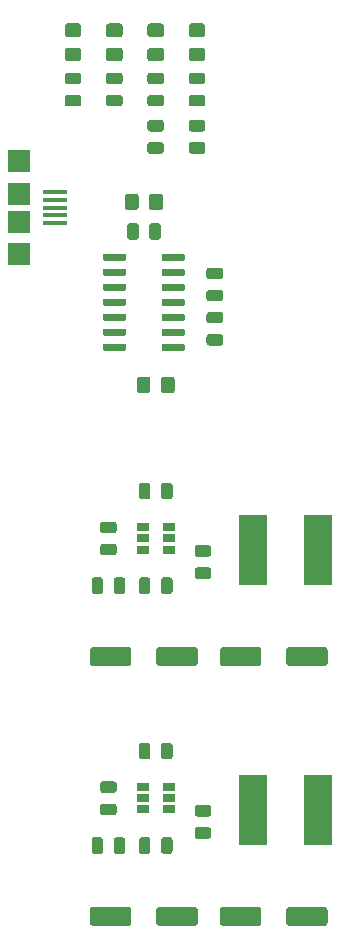
<source format=gbr>
G04 #@! TF.GenerationSoftware,KiCad,Pcbnew,5.1.5+dfsg1-2build2*
G04 #@! TF.CreationDate,2021-01-19T23:15:54+01:00*
G04 #@! TF.ProjectId,t100-usb,74313030-2d75-4736-922e-6b696361645f,rev?*
G04 #@! TF.SameCoordinates,Original*
G04 #@! TF.FileFunction,Paste,Top*
G04 #@! TF.FilePolarity,Positive*
%FSLAX46Y46*%
G04 Gerber Fmt 4.6, Leading zero omitted, Abs format (unit mm)*
G04 Created by KiCad (PCBNEW 5.1.5+dfsg1-2build2) date 2021-01-19 23:15:54*
%MOMM*%
%LPD*%
G04 APERTURE LIST*
%ADD10R,2.450000X5.900000*%
%ADD11C,0.100000*%
%ADD12R,1.060000X0.650000*%
%ADD13R,2.000000X0.398780*%
%ADD14R,1.897380X1.897380*%
G04 APERTURE END LIST*
D10*
X109775000Y-128000000D03*
X104225000Y-128000000D03*
X109775000Y-106000000D03*
X104225000Y-106000000D03*
D11*
G36*
X94330142Y-78301174D02*
G01*
X94353803Y-78304684D01*
X94377007Y-78310496D01*
X94399529Y-78318554D01*
X94421153Y-78328782D01*
X94441670Y-78341079D01*
X94460883Y-78355329D01*
X94478607Y-78371393D01*
X94494671Y-78389117D01*
X94508921Y-78408330D01*
X94521218Y-78428847D01*
X94531446Y-78450471D01*
X94539504Y-78472993D01*
X94545316Y-78496197D01*
X94548826Y-78519858D01*
X94550000Y-78543750D01*
X94550000Y-79456250D01*
X94548826Y-79480142D01*
X94545316Y-79503803D01*
X94539504Y-79527007D01*
X94531446Y-79549529D01*
X94521218Y-79571153D01*
X94508921Y-79591670D01*
X94494671Y-79610883D01*
X94478607Y-79628607D01*
X94460883Y-79644671D01*
X94441670Y-79658921D01*
X94421153Y-79671218D01*
X94399529Y-79681446D01*
X94377007Y-79689504D01*
X94353803Y-79695316D01*
X94330142Y-79698826D01*
X94306250Y-79700000D01*
X93818750Y-79700000D01*
X93794858Y-79698826D01*
X93771197Y-79695316D01*
X93747993Y-79689504D01*
X93725471Y-79681446D01*
X93703847Y-79671218D01*
X93683330Y-79658921D01*
X93664117Y-79644671D01*
X93646393Y-79628607D01*
X93630329Y-79610883D01*
X93616079Y-79591670D01*
X93603782Y-79571153D01*
X93593554Y-79549529D01*
X93585496Y-79527007D01*
X93579684Y-79503803D01*
X93576174Y-79480142D01*
X93575000Y-79456250D01*
X93575000Y-78543750D01*
X93576174Y-78519858D01*
X93579684Y-78496197D01*
X93585496Y-78472993D01*
X93593554Y-78450471D01*
X93603782Y-78428847D01*
X93616079Y-78408330D01*
X93630329Y-78389117D01*
X93646393Y-78371393D01*
X93664117Y-78355329D01*
X93683330Y-78341079D01*
X93703847Y-78328782D01*
X93725471Y-78318554D01*
X93747993Y-78310496D01*
X93771197Y-78304684D01*
X93794858Y-78301174D01*
X93818750Y-78300000D01*
X94306250Y-78300000D01*
X94330142Y-78301174D01*
G37*
G36*
X96205142Y-78301174D02*
G01*
X96228803Y-78304684D01*
X96252007Y-78310496D01*
X96274529Y-78318554D01*
X96296153Y-78328782D01*
X96316670Y-78341079D01*
X96335883Y-78355329D01*
X96353607Y-78371393D01*
X96369671Y-78389117D01*
X96383921Y-78408330D01*
X96396218Y-78428847D01*
X96406446Y-78450471D01*
X96414504Y-78472993D01*
X96420316Y-78496197D01*
X96423826Y-78519858D01*
X96425000Y-78543750D01*
X96425000Y-79456250D01*
X96423826Y-79480142D01*
X96420316Y-79503803D01*
X96414504Y-79527007D01*
X96406446Y-79549529D01*
X96396218Y-79571153D01*
X96383921Y-79591670D01*
X96369671Y-79610883D01*
X96353607Y-79628607D01*
X96335883Y-79644671D01*
X96316670Y-79658921D01*
X96296153Y-79671218D01*
X96274529Y-79681446D01*
X96252007Y-79689504D01*
X96228803Y-79695316D01*
X96205142Y-79698826D01*
X96181250Y-79700000D01*
X95693750Y-79700000D01*
X95669858Y-79698826D01*
X95646197Y-79695316D01*
X95622993Y-79689504D01*
X95600471Y-79681446D01*
X95578847Y-79671218D01*
X95558330Y-79658921D01*
X95539117Y-79644671D01*
X95521393Y-79628607D01*
X95505329Y-79610883D01*
X95491079Y-79591670D01*
X95478782Y-79571153D01*
X95468554Y-79549529D01*
X95460496Y-79527007D01*
X95454684Y-79503803D01*
X95451174Y-79480142D01*
X95450000Y-79456250D01*
X95450000Y-78543750D01*
X95451174Y-78519858D01*
X95454684Y-78496197D01*
X95460496Y-78472993D01*
X95468554Y-78450471D01*
X95478782Y-78428847D01*
X95491079Y-78408330D01*
X95505329Y-78389117D01*
X95521393Y-78371393D01*
X95539117Y-78355329D01*
X95558330Y-78341079D01*
X95578847Y-78328782D01*
X95600471Y-78318554D01*
X95622993Y-78310496D01*
X95646197Y-78304684D01*
X95669858Y-78301174D01*
X95693750Y-78300000D01*
X96181250Y-78300000D01*
X96205142Y-78301174D01*
G37*
G36*
X98314703Y-80890722D02*
G01*
X98329264Y-80892882D01*
X98343543Y-80896459D01*
X98357403Y-80901418D01*
X98370710Y-80907712D01*
X98383336Y-80915280D01*
X98395159Y-80924048D01*
X98406066Y-80933934D01*
X98415952Y-80944841D01*
X98424720Y-80956664D01*
X98432288Y-80969290D01*
X98438582Y-80982597D01*
X98443541Y-80996457D01*
X98447118Y-81010736D01*
X98449278Y-81025297D01*
X98450000Y-81040000D01*
X98450000Y-81340000D01*
X98449278Y-81354703D01*
X98447118Y-81369264D01*
X98443541Y-81383543D01*
X98438582Y-81397403D01*
X98432288Y-81410710D01*
X98424720Y-81423336D01*
X98415952Y-81435159D01*
X98406066Y-81446066D01*
X98395159Y-81455952D01*
X98383336Y-81464720D01*
X98370710Y-81472288D01*
X98357403Y-81478582D01*
X98343543Y-81483541D01*
X98329264Y-81487118D01*
X98314703Y-81489278D01*
X98300000Y-81490000D01*
X96650000Y-81490000D01*
X96635297Y-81489278D01*
X96620736Y-81487118D01*
X96606457Y-81483541D01*
X96592597Y-81478582D01*
X96579290Y-81472288D01*
X96566664Y-81464720D01*
X96554841Y-81455952D01*
X96543934Y-81446066D01*
X96534048Y-81435159D01*
X96525280Y-81423336D01*
X96517712Y-81410710D01*
X96511418Y-81397403D01*
X96506459Y-81383543D01*
X96502882Y-81369264D01*
X96500722Y-81354703D01*
X96500000Y-81340000D01*
X96500000Y-81040000D01*
X96500722Y-81025297D01*
X96502882Y-81010736D01*
X96506459Y-80996457D01*
X96511418Y-80982597D01*
X96517712Y-80969290D01*
X96525280Y-80956664D01*
X96534048Y-80944841D01*
X96543934Y-80933934D01*
X96554841Y-80924048D01*
X96566664Y-80915280D01*
X96579290Y-80907712D01*
X96592597Y-80901418D01*
X96606457Y-80896459D01*
X96620736Y-80892882D01*
X96635297Y-80890722D01*
X96650000Y-80890000D01*
X98300000Y-80890000D01*
X98314703Y-80890722D01*
G37*
G36*
X98314703Y-82160722D02*
G01*
X98329264Y-82162882D01*
X98343543Y-82166459D01*
X98357403Y-82171418D01*
X98370710Y-82177712D01*
X98383336Y-82185280D01*
X98395159Y-82194048D01*
X98406066Y-82203934D01*
X98415952Y-82214841D01*
X98424720Y-82226664D01*
X98432288Y-82239290D01*
X98438582Y-82252597D01*
X98443541Y-82266457D01*
X98447118Y-82280736D01*
X98449278Y-82295297D01*
X98450000Y-82310000D01*
X98450000Y-82610000D01*
X98449278Y-82624703D01*
X98447118Y-82639264D01*
X98443541Y-82653543D01*
X98438582Y-82667403D01*
X98432288Y-82680710D01*
X98424720Y-82693336D01*
X98415952Y-82705159D01*
X98406066Y-82716066D01*
X98395159Y-82725952D01*
X98383336Y-82734720D01*
X98370710Y-82742288D01*
X98357403Y-82748582D01*
X98343543Y-82753541D01*
X98329264Y-82757118D01*
X98314703Y-82759278D01*
X98300000Y-82760000D01*
X96650000Y-82760000D01*
X96635297Y-82759278D01*
X96620736Y-82757118D01*
X96606457Y-82753541D01*
X96592597Y-82748582D01*
X96579290Y-82742288D01*
X96566664Y-82734720D01*
X96554841Y-82725952D01*
X96543934Y-82716066D01*
X96534048Y-82705159D01*
X96525280Y-82693336D01*
X96517712Y-82680710D01*
X96511418Y-82667403D01*
X96506459Y-82653543D01*
X96502882Y-82639264D01*
X96500722Y-82624703D01*
X96500000Y-82610000D01*
X96500000Y-82310000D01*
X96500722Y-82295297D01*
X96502882Y-82280736D01*
X96506459Y-82266457D01*
X96511418Y-82252597D01*
X96517712Y-82239290D01*
X96525280Y-82226664D01*
X96534048Y-82214841D01*
X96543934Y-82203934D01*
X96554841Y-82194048D01*
X96566664Y-82185280D01*
X96579290Y-82177712D01*
X96592597Y-82171418D01*
X96606457Y-82166459D01*
X96620736Y-82162882D01*
X96635297Y-82160722D01*
X96650000Y-82160000D01*
X98300000Y-82160000D01*
X98314703Y-82160722D01*
G37*
G36*
X98314703Y-83430722D02*
G01*
X98329264Y-83432882D01*
X98343543Y-83436459D01*
X98357403Y-83441418D01*
X98370710Y-83447712D01*
X98383336Y-83455280D01*
X98395159Y-83464048D01*
X98406066Y-83473934D01*
X98415952Y-83484841D01*
X98424720Y-83496664D01*
X98432288Y-83509290D01*
X98438582Y-83522597D01*
X98443541Y-83536457D01*
X98447118Y-83550736D01*
X98449278Y-83565297D01*
X98450000Y-83580000D01*
X98450000Y-83880000D01*
X98449278Y-83894703D01*
X98447118Y-83909264D01*
X98443541Y-83923543D01*
X98438582Y-83937403D01*
X98432288Y-83950710D01*
X98424720Y-83963336D01*
X98415952Y-83975159D01*
X98406066Y-83986066D01*
X98395159Y-83995952D01*
X98383336Y-84004720D01*
X98370710Y-84012288D01*
X98357403Y-84018582D01*
X98343543Y-84023541D01*
X98329264Y-84027118D01*
X98314703Y-84029278D01*
X98300000Y-84030000D01*
X96650000Y-84030000D01*
X96635297Y-84029278D01*
X96620736Y-84027118D01*
X96606457Y-84023541D01*
X96592597Y-84018582D01*
X96579290Y-84012288D01*
X96566664Y-84004720D01*
X96554841Y-83995952D01*
X96543934Y-83986066D01*
X96534048Y-83975159D01*
X96525280Y-83963336D01*
X96517712Y-83950710D01*
X96511418Y-83937403D01*
X96506459Y-83923543D01*
X96502882Y-83909264D01*
X96500722Y-83894703D01*
X96500000Y-83880000D01*
X96500000Y-83580000D01*
X96500722Y-83565297D01*
X96502882Y-83550736D01*
X96506459Y-83536457D01*
X96511418Y-83522597D01*
X96517712Y-83509290D01*
X96525280Y-83496664D01*
X96534048Y-83484841D01*
X96543934Y-83473934D01*
X96554841Y-83464048D01*
X96566664Y-83455280D01*
X96579290Y-83447712D01*
X96592597Y-83441418D01*
X96606457Y-83436459D01*
X96620736Y-83432882D01*
X96635297Y-83430722D01*
X96650000Y-83430000D01*
X98300000Y-83430000D01*
X98314703Y-83430722D01*
G37*
G36*
X98314703Y-84700722D02*
G01*
X98329264Y-84702882D01*
X98343543Y-84706459D01*
X98357403Y-84711418D01*
X98370710Y-84717712D01*
X98383336Y-84725280D01*
X98395159Y-84734048D01*
X98406066Y-84743934D01*
X98415952Y-84754841D01*
X98424720Y-84766664D01*
X98432288Y-84779290D01*
X98438582Y-84792597D01*
X98443541Y-84806457D01*
X98447118Y-84820736D01*
X98449278Y-84835297D01*
X98450000Y-84850000D01*
X98450000Y-85150000D01*
X98449278Y-85164703D01*
X98447118Y-85179264D01*
X98443541Y-85193543D01*
X98438582Y-85207403D01*
X98432288Y-85220710D01*
X98424720Y-85233336D01*
X98415952Y-85245159D01*
X98406066Y-85256066D01*
X98395159Y-85265952D01*
X98383336Y-85274720D01*
X98370710Y-85282288D01*
X98357403Y-85288582D01*
X98343543Y-85293541D01*
X98329264Y-85297118D01*
X98314703Y-85299278D01*
X98300000Y-85300000D01*
X96650000Y-85300000D01*
X96635297Y-85299278D01*
X96620736Y-85297118D01*
X96606457Y-85293541D01*
X96592597Y-85288582D01*
X96579290Y-85282288D01*
X96566664Y-85274720D01*
X96554841Y-85265952D01*
X96543934Y-85256066D01*
X96534048Y-85245159D01*
X96525280Y-85233336D01*
X96517712Y-85220710D01*
X96511418Y-85207403D01*
X96506459Y-85193543D01*
X96502882Y-85179264D01*
X96500722Y-85164703D01*
X96500000Y-85150000D01*
X96500000Y-84850000D01*
X96500722Y-84835297D01*
X96502882Y-84820736D01*
X96506459Y-84806457D01*
X96511418Y-84792597D01*
X96517712Y-84779290D01*
X96525280Y-84766664D01*
X96534048Y-84754841D01*
X96543934Y-84743934D01*
X96554841Y-84734048D01*
X96566664Y-84725280D01*
X96579290Y-84717712D01*
X96592597Y-84711418D01*
X96606457Y-84706459D01*
X96620736Y-84702882D01*
X96635297Y-84700722D01*
X96650000Y-84700000D01*
X98300000Y-84700000D01*
X98314703Y-84700722D01*
G37*
G36*
X98314703Y-85970722D02*
G01*
X98329264Y-85972882D01*
X98343543Y-85976459D01*
X98357403Y-85981418D01*
X98370710Y-85987712D01*
X98383336Y-85995280D01*
X98395159Y-86004048D01*
X98406066Y-86013934D01*
X98415952Y-86024841D01*
X98424720Y-86036664D01*
X98432288Y-86049290D01*
X98438582Y-86062597D01*
X98443541Y-86076457D01*
X98447118Y-86090736D01*
X98449278Y-86105297D01*
X98450000Y-86120000D01*
X98450000Y-86420000D01*
X98449278Y-86434703D01*
X98447118Y-86449264D01*
X98443541Y-86463543D01*
X98438582Y-86477403D01*
X98432288Y-86490710D01*
X98424720Y-86503336D01*
X98415952Y-86515159D01*
X98406066Y-86526066D01*
X98395159Y-86535952D01*
X98383336Y-86544720D01*
X98370710Y-86552288D01*
X98357403Y-86558582D01*
X98343543Y-86563541D01*
X98329264Y-86567118D01*
X98314703Y-86569278D01*
X98300000Y-86570000D01*
X96650000Y-86570000D01*
X96635297Y-86569278D01*
X96620736Y-86567118D01*
X96606457Y-86563541D01*
X96592597Y-86558582D01*
X96579290Y-86552288D01*
X96566664Y-86544720D01*
X96554841Y-86535952D01*
X96543934Y-86526066D01*
X96534048Y-86515159D01*
X96525280Y-86503336D01*
X96517712Y-86490710D01*
X96511418Y-86477403D01*
X96506459Y-86463543D01*
X96502882Y-86449264D01*
X96500722Y-86434703D01*
X96500000Y-86420000D01*
X96500000Y-86120000D01*
X96500722Y-86105297D01*
X96502882Y-86090736D01*
X96506459Y-86076457D01*
X96511418Y-86062597D01*
X96517712Y-86049290D01*
X96525280Y-86036664D01*
X96534048Y-86024841D01*
X96543934Y-86013934D01*
X96554841Y-86004048D01*
X96566664Y-85995280D01*
X96579290Y-85987712D01*
X96592597Y-85981418D01*
X96606457Y-85976459D01*
X96620736Y-85972882D01*
X96635297Y-85970722D01*
X96650000Y-85970000D01*
X98300000Y-85970000D01*
X98314703Y-85970722D01*
G37*
G36*
X98314703Y-87240722D02*
G01*
X98329264Y-87242882D01*
X98343543Y-87246459D01*
X98357403Y-87251418D01*
X98370710Y-87257712D01*
X98383336Y-87265280D01*
X98395159Y-87274048D01*
X98406066Y-87283934D01*
X98415952Y-87294841D01*
X98424720Y-87306664D01*
X98432288Y-87319290D01*
X98438582Y-87332597D01*
X98443541Y-87346457D01*
X98447118Y-87360736D01*
X98449278Y-87375297D01*
X98450000Y-87390000D01*
X98450000Y-87690000D01*
X98449278Y-87704703D01*
X98447118Y-87719264D01*
X98443541Y-87733543D01*
X98438582Y-87747403D01*
X98432288Y-87760710D01*
X98424720Y-87773336D01*
X98415952Y-87785159D01*
X98406066Y-87796066D01*
X98395159Y-87805952D01*
X98383336Y-87814720D01*
X98370710Y-87822288D01*
X98357403Y-87828582D01*
X98343543Y-87833541D01*
X98329264Y-87837118D01*
X98314703Y-87839278D01*
X98300000Y-87840000D01*
X96650000Y-87840000D01*
X96635297Y-87839278D01*
X96620736Y-87837118D01*
X96606457Y-87833541D01*
X96592597Y-87828582D01*
X96579290Y-87822288D01*
X96566664Y-87814720D01*
X96554841Y-87805952D01*
X96543934Y-87796066D01*
X96534048Y-87785159D01*
X96525280Y-87773336D01*
X96517712Y-87760710D01*
X96511418Y-87747403D01*
X96506459Y-87733543D01*
X96502882Y-87719264D01*
X96500722Y-87704703D01*
X96500000Y-87690000D01*
X96500000Y-87390000D01*
X96500722Y-87375297D01*
X96502882Y-87360736D01*
X96506459Y-87346457D01*
X96511418Y-87332597D01*
X96517712Y-87319290D01*
X96525280Y-87306664D01*
X96534048Y-87294841D01*
X96543934Y-87283934D01*
X96554841Y-87274048D01*
X96566664Y-87265280D01*
X96579290Y-87257712D01*
X96592597Y-87251418D01*
X96606457Y-87246459D01*
X96620736Y-87242882D01*
X96635297Y-87240722D01*
X96650000Y-87240000D01*
X98300000Y-87240000D01*
X98314703Y-87240722D01*
G37*
G36*
X98314703Y-88510722D02*
G01*
X98329264Y-88512882D01*
X98343543Y-88516459D01*
X98357403Y-88521418D01*
X98370710Y-88527712D01*
X98383336Y-88535280D01*
X98395159Y-88544048D01*
X98406066Y-88553934D01*
X98415952Y-88564841D01*
X98424720Y-88576664D01*
X98432288Y-88589290D01*
X98438582Y-88602597D01*
X98443541Y-88616457D01*
X98447118Y-88630736D01*
X98449278Y-88645297D01*
X98450000Y-88660000D01*
X98450000Y-88960000D01*
X98449278Y-88974703D01*
X98447118Y-88989264D01*
X98443541Y-89003543D01*
X98438582Y-89017403D01*
X98432288Y-89030710D01*
X98424720Y-89043336D01*
X98415952Y-89055159D01*
X98406066Y-89066066D01*
X98395159Y-89075952D01*
X98383336Y-89084720D01*
X98370710Y-89092288D01*
X98357403Y-89098582D01*
X98343543Y-89103541D01*
X98329264Y-89107118D01*
X98314703Y-89109278D01*
X98300000Y-89110000D01*
X96650000Y-89110000D01*
X96635297Y-89109278D01*
X96620736Y-89107118D01*
X96606457Y-89103541D01*
X96592597Y-89098582D01*
X96579290Y-89092288D01*
X96566664Y-89084720D01*
X96554841Y-89075952D01*
X96543934Y-89066066D01*
X96534048Y-89055159D01*
X96525280Y-89043336D01*
X96517712Y-89030710D01*
X96511418Y-89017403D01*
X96506459Y-89003543D01*
X96502882Y-88989264D01*
X96500722Y-88974703D01*
X96500000Y-88960000D01*
X96500000Y-88660000D01*
X96500722Y-88645297D01*
X96502882Y-88630736D01*
X96506459Y-88616457D01*
X96511418Y-88602597D01*
X96517712Y-88589290D01*
X96525280Y-88576664D01*
X96534048Y-88564841D01*
X96543934Y-88553934D01*
X96554841Y-88544048D01*
X96566664Y-88535280D01*
X96579290Y-88527712D01*
X96592597Y-88521418D01*
X96606457Y-88516459D01*
X96620736Y-88512882D01*
X96635297Y-88510722D01*
X96650000Y-88510000D01*
X98300000Y-88510000D01*
X98314703Y-88510722D01*
G37*
G36*
X93364703Y-88510722D02*
G01*
X93379264Y-88512882D01*
X93393543Y-88516459D01*
X93407403Y-88521418D01*
X93420710Y-88527712D01*
X93433336Y-88535280D01*
X93445159Y-88544048D01*
X93456066Y-88553934D01*
X93465952Y-88564841D01*
X93474720Y-88576664D01*
X93482288Y-88589290D01*
X93488582Y-88602597D01*
X93493541Y-88616457D01*
X93497118Y-88630736D01*
X93499278Y-88645297D01*
X93500000Y-88660000D01*
X93500000Y-88960000D01*
X93499278Y-88974703D01*
X93497118Y-88989264D01*
X93493541Y-89003543D01*
X93488582Y-89017403D01*
X93482288Y-89030710D01*
X93474720Y-89043336D01*
X93465952Y-89055159D01*
X93456066Y-89066066D01*
X93445159Y-89075952D01*
X93433336Y-89084720D01*
X93420710Y-89092288D01*
X93407403Y-89098582D01*
X93393543Y-89103541D01*
X93379264Y-89107118D01*
X93364703Y-89109278D01*
X93350000Y-89110000D01*
X91700000Y-89110000D01*
X91685297Y-89109278D01*
X91670736Y-89107118D01*
X91656457Y-89103541D01*
X91642597Y-89098582D01*
X91629290Y-89092288D01*
X91616664Y-89084720D01*
X91604841Y-89075952D01*
X91593934Y-89066066D01*
X91584048Y-89055159D01*
X91575280Y-89043336D01*
X91567712Y-89030710D01*
X91561418Y-89017403D01*
X91556459Y-89003543D01*
X91552882Y-88989264D01*
X91550722Y-88974703D01*
X91550000Y-88960000D01*
X91550000Y-88660000D01*
X91550722Y-88645297D01*
X91552882Y-88630736D01*
X91556459Y-88616457D01*
X91561418Y-88602597D01*
X91567712Y-88589290D01*
X91575280Y-88576664D01*
X91584048Y-88564841D01*
X91593934Y-88553934D01*
X91604841Y-88544048D01*
X91616664Y-88535280D01*
X91629290Y-88527712D01*
X91642597Y-88521418D01*
X91656457Y-88516459D01*
X91670736Y-88512882D01*
X91685297Y-88510722D01*
X91700000Y-88510000D01*
X93350000Y-88510000D01*
X93364703Y-88510722D01*
G37*
G36*
X93364703Y-87240722D02*
G01*
X93379264Y-87242882D01*
X93393543Y-87246459D01*
X93407403Y-87251418D01*
X93420710Y-87257712D01*
X93433336Y-87265280D01*
X93445159Y-87274048D01*
X93456066Y-87283934D01*
X93465952Y-87294841D01*
X93474720Y-87306664D01*
X93482288Y-87319290D01*
X93488582Y-87332597D01*
X93493541Y-87346457D01*
X93497118Y-87360736D01*
X93499278Y-87375297D01*
X93500000Y-87390000D01*
X93500000Y-87690000D01*
X93499278Y-87704703D01*
X93497118Y-87719264D01*
X93493541Y-87733543D01*
X93488582Y-87747403D01*
X93482288Y-87760710D01*
X93474720Y-87773336D01*
X93465952Y-87785159D01*
X93456066Y-87796066D01*
X93445159Y-87805952D01*
X93433336Y-87814720D01*
X93420710Y-87822288D01*
X93407403Y-87828582D01*
X93393543Y-87833541D01*
X93379264Y-87837118D01*
X93364703Y-87839278D01*
X93350000Y-87840000D01*
X91700000Y-87840000D01*
X91685297Y-87839278D01*
X91670736Y-87837118D01*
X91656457Y-87833541D01*
X91642597Y-87828582D01*
X91629290Y-87822288D01*
X91616664Y-87814720D01*
X91604841Y-87805952D01*
X91593934Y-87796066D01*
X91584048Y-87785159D01*
X91575280Y-87773336D01*
X91567712Y-87760710D01*
X91561418Y-87747403D01*
X91556459Y-87733543D01*
X91552882Y-87719264D01*
X91550722Y-87704703D01*
X91550000Y-87690000D01*
X91550000Y-87390000D01*
X91550722Y-87375297D01*
X91552882Y-87360736D01*
X91556459Y-87346457D01*
X91561418Y-87332597D01*
X91567712Y-87319290D01*
X91575280Y-87306664D01*
X91584048Y-87294841D01*
X91593934Y-87283934D01*
X91604841Y-87274048D01*
X91616664Y-87265280D01*
X91629290Y-87257712D01*
X91642597Y-87251418D01*
X91656457Y-87246459D01*
X91670736Y-87242882D01*
X91685297Y-87240722D01*
X91700000Y-87240000D01*
X93350000Y-87240000D01*
X93364703Y-87240722D01*
G37*
G36*
X93364703Y-85970722D02*
G01*
X93379264Y-85972882D01*
X93393543Y-85976459D01*
X93407403Y-85981418D01*
X93420710Y-85987712D01*
X93433336Y-85995280D01*
X93445159Y-86004048D01*
X93456066Y-86013934D01*
X93465952Y-86024841D01*
X93474720Y-86036664D01*
X93482288Y-86049290D01*
X93488582Y-86062597D01*
X93493541Y-86076457D01*
X93497118Y-86090736D01*
X93499278Y-86105297D01*
X93500000Y-86120000D01*
X93500000Y-86420000D01*
X93499278Y-86434703D01*
X93497118Y-86449264D01*
X93493541Y-86463543D01*
X93488582Y-86477403D01*
X93482288Y-86490710D01*
X93474720Y-86503336D01*
X93465952Y-86515159D01*
X93456066Y-86526066D01*
X93445159Y-86535952D01*
X93433336Y-86544720D01*
X93420710Y-86552288D01*
X93407403Y-86558582D01*
X93393543Y-86563541D01*
X93379264Y-86567118D01*
X93364703Y-86569278D01*
X93350000Y-86570000D01*
X91700000Y-86570000D01*
X91685297Y-86569278D01*
X91670736Y-86567118D01*
X91656457Y-86563541D01*
X91642597Y-86558582D01*
X91629290Y-86552288D01*
X91616664Y-86544720D01*
X91604841Y-86535952D01*
X91593934Y-86526066D01*
X91584048Y-86515159D01*
X91575280Y-86503336D01*
X91567712Y-86490710D01*
X91561418Y-86477403D01*
X91556459Y-86463543D01*
X91552882Y-86449264D01*
X91550722Y-86434703D01*
X91550000Y-86420000D01*
X91550000Y-86120000D01*
X91550722Y-86105297D01*
X91552882Y-86090736D01*
X91556459Y-86076457D01*
X91561418Y-86062597D01*
X91567712Y-86049290D01*
X91575280Y-86036664D01*
X91584048Y-86024841D01*
X91593934Y-86013934D01*
X91604841Y-86004048D01*
X91616664Y-85995280D01*
X91629290Y-85987712D01*
X91642597Y-85981418D01*
X91656457Y-85976459D01*
X91670736Y-85972882D01*
X91685297Y-85970722D01*
X91700000Y-85970000D01*
X93350000Y-85970000D01*
X93364703Y-85970722D01*
G37*
G36*
X93364703Y-84700722D02*
G01*
X93379264Y-84702882D01*
X93393543Y-84706459D01*
X93407403Y-84711418D01*
X93420710Y-84717712D01*
X93433336Y-84725280D01*
X93445159Y-84734048D01*
X93456066Y-84743934D01*
X93465952Y-84754841D01*
X93474720Y-84766664D01*
X93482288Y-84779290D01*
X93488582Y-84792597D01*
X93493541Y-84806457D01*
X93497118Y-84820736D01*
X93499278Y-84835297D01*
X93500000Y-84850000D01*
X93500000Y-85150000D01*
X93499278Y-85164703D01*
X93497118Y-85179264D01*
X93493541Y-85193543D01*
X93488582Y-85207403D01*
X93482288Y-85220710D01*
X93474720Y-85233336D01*
X93465952Y-85245159D01*
X93456066Y-85256066D01*
X93445159Y-85265952D01*
X93433336Y-85274720D01*
X93420710Y-85282288D01*
X93407403Y-85288582D01*
X93393543Y-85293541D01*
X93379264Y-85297118D01*
X93364703Y-85299278D01*
X93350000Y-85300000D01*
X91700000Y-85300000D01*
X91685297Y-85299278D01*
X91670736Y-85297118D01*
X91656457Y-85293541D01*
X91642597Y-85288582D01*
X91629290Y-85282288D01*
X91616664Y-85274720D01*
X91604841Y-85265952D01*
X91593934Y-85256066D01*
X91584048Y-85245159D01*
X91575280Y-85233336D01*
X91567712Y-85220710D01*
X91561418Y-85207403D01*
X91556459Y-85193543D01*
X91552882Y-85179264D01*
X91550722Y-85164703D01*
X91550000Y-85150000D01*
X91550000Y-84850000D01*
X91550722Y-84835297D01*
X91552882Y-84820736D01*
X91556459Y-84806457D01*
X91561418Y-84792597D01*
X91567712Y-84779290D01*
X91575280Y-84766664D01*
X91584048Y-84754841D01*
X91593934Y-84743934D01*
X91604841Y-84734048D01*
X91616664Y-84725280D01*
X91629290Y-84717712D01*
X91642597Y-84711418D01*
X91656457Y-84706459D01*
X91670736Y-84702882D01*
X91685297Y-84700722D01*
X91700000Y-84700000D01*
X93350000Y-84700000D01*
X93364703Y-84700722D01*
G37*
G36*
X93364703Y-83430722D02*
G01*
X93379264Y-83432882D01*
X93393543Y-83436459D01*
X93407403Y-83441418D01*
X93420710Y-83447712D01*
X93433336Y-83455280D01*
X93445159Y-83464048D01*
X93456066Y-83473934D01*
X93465952Y-83484841D01*
X93474720Y-83496664D01*
X93482288Y-83509290D01*
X93488582Y-83522597D01*
X93493541Y-83536457D01*
X93497118Y-83550736D01*
X93499278Y-83565297D01*
X93500000Y-83580000D01*
X93500000Y-83880000D01*
X93499278Y-83894703D01*
X93497118Y-83909264D01*
X93493541Y-83923543D01*
X93488582Y-83937403D01*
X93482288Y-83950710D01*
X93474720Y-83963336D01*
X93465952Y-83975159D01*
X93456066Y-83986066D01*
X93445159Y-83995952D01*
X93433336Y-84004720D01*
X93420710Y-84012288D01*
X93407403Y-84018582D01*
X93393543Y-84023541D01*
X93379264Y-84027118D01*
X93364703Y-84029278D01*
X93350000Y-84030000D01*
X91700000Y-84030000D01*
X91685297Y-84029278D01*
X91670736Y-84027118D01*
X91656457Y-84023541D01*
X91642597Y-84018582D01*
X91629290Y-84012288D01*
X91616664Y-84004720D01*
X91604841Y-83995952D01*
X91593934Y-83986066D01*
X91584048Y-83975159D01*
X91575280Y-83963336D01*
X91567712Y-83950710D01*
X91561418Y-83937403D01*
X91556459Y-83923543D01*
X91552882Y-83909264D01*
X91550722Y-83894703D01*
X91550000Y-83880000D01*
X91550000Y-83580000D01*
X91550722Y-83565297D01*
X91552882Y-83550736D01*
X91556459Y-83536457D01*
X91561418Y-83522597D01*
X91567712Y-83509290D01*
X91575280Y-83496664D01*
X91584048Y-83484841D01*
X91593934Y-83473934D01*
X91604841Y-83464048D01*
X91616664Y-83455280D01*
X91629290Y-83447712D01*
X91642597Y-83441418D01*
X91656457Y-83436459D01*
X91670736Y-83432882D01*
X91685297Y-83430722D01*
X91700000Y-83430000D01*
X93350000Y-83430000D01*
X93364703Y-83430722D01*
G37*
G36*
X93364703Y-82160722D02*
G01*
X93379264Y-82162882D01*
X93393543Y-82166459D01*
X93407403Y-82171418D01*
X93420710Y-82177712D01*
X93433336Y-82185280D01*
X93445159Y-82194048D01*
X93456066Y-82203934D01*
X93465952Y-82214841D01*
X93474720Y-82226664D01*
X93482288Y-82239290D01*
X93488582Y-82252597D01*
X93493541Y-82266457D01*
X93497118Y-82280736D01*
X93499278Y-82295297D01*
X93500000Y-82310000D01*
X93500000Y-82610000D01*
X93499278Y-82624703D01*
X93497118Y-82639264D01*
X93493541Y-82653543D01*
X93488582Y-82667403D01*
X93482288Y-82680710D01*
X93474720Y-82693336D01*
X93465952Y-82705159D01*
X93456066Y-82716066D01*
X93445159Y-82725952D01*
X93433336Y-82734720D01*
X93420710Y-82742288D01*
X93407403Y-82748582D01*
X93393543Y-82753541D01*
X93379264Y-82757118D01*
X93364703Y-82759278D01*
X93350000Y-82760000D01*
X91700000Y-82760000D01*
X91685297Y-82759278D01*
X91670736Y-82757118D01*
X91656457Y-82753541D01*
X91642597Y-82748582D01*
X91629290Y-82742288D01*
X91616664Y-82734720D01*
X91604841Y-82725952D01*
X91593934Y-82716066D01*
X91584048Y-82705159D01*
X91575280Y-82693336D01*
X91567712Y-82680710D01*
X91561418Y-82667403D01*
X91556459Y-82653543D01*
X91552882Y-82639264D01*
X91550722Y-82624703D01*
X91550000Y-82610000D01*
X91550000Y-82310000D01*
X91550722Y-82295297D01*
X91552882Y-82280736D01*
X91556459Y-82266457D01*
X91561418Y-82252597D01*
X91567712Y-82239290D01*
X91575280Y-82226664D01*
X91584048Y-82214841D01*
X91593934Y-82203934D01*
X91604841Y-82194048D01*
X91616664Y-82185280D01*
X91629290Y-82177712D01*
X91642597Y-82171418D01*
X91656457Y-82166459D01*
X91670736Y-82162882D01*
X91685297Y-82160722D01*
X91700000Y-82160000D01*
X93350000Y-82160000D01*
X93364703Y-82160722D01*
G37*
G36*
X93364703Y-80890722D02*
G01*
X93379264Y-80892882D01*
X93393543Y-80896459D01*
X93407403Y-80901418D01*
X93420710Y-80907712D01*
X93433336Y-80915280D01*
X93445159Y-80924048D01*
X93456066Y-80933934D01*
X93465952Y-80944841D01*
X93474720Y-80956664D01*
X93482288Y-80969290D01*
X93488582Y-80982597D01*
X93493541Y-80996457D01*
X93497118Y-81010736D01*
X93499278Y-81025297D01*
X93500000Y-81040000D01*
X93500000Y-81340000D01*
X93499278Y-81354703D01*
X93497118Y-81369264D01*
X93493541Y-81383543D01*
X93488582Y-81397403D01*
X93482288Y-81410710D01*
X93474720Y-81423336D01*
X93465952Y-81435159D01*
X93456066Y-81446066D01*
X93445159Y-81455952D01*
X93433336Y-81464720D01*
X93420710Y-81472288D01*
X93407403Y-81478582D01*
X93393543Y-81483541D01*
X93379264Y-81487118D01*
X93364703Y-81489278D01*
X93350000Y-81490000D01*
X91700000Y-81490000D01*
X91685297Y-81489278D01*
X91670736Y-81487118D01*
X91656457Y-81483541D01*
X91642597Y-81478582D01*
X91629290Y-81472288D01*
X91616664Y-81464720D01*
X91604841Y-81455952D01*
X91593934Y-81446066D01*
X91584048Y-81435159D01*
X91575280Y-81423336D01*
X91567712Y-81410710D01*
X91561418Y-81397403D01*
X91556459Y-81383543D01*
X91552882Y-81369264D01*
X91550722Y-81354703D01*
X91550000Y-81340000D01*
X91550000Y-81040000D01*
X91550722Y-81025297D01*
X91552882Y-81010736D01*
X91556459Y-80996457D01*
X91561418Y-80982597D01*
X91567712Y-80969290D01*
X91575280Y-80956664D01*
X91584048Y-80944841D01*
X91593934Y-80933934D01*
X91604841Y-80924048D01*
X91616664Y-80915280D01*
X91629290Y-80907712D01*
X91642597Y-80901418D01*
X91656457Y-80896459D01*
X91670736Y-80892882D01*
X91685297Y-80890722D01*
X91700000Y-80890000D01*
X93350000Y-80890000D01*
X93364703Y-80890722D01*
G37*
D12*
X97100000Y-105000000D03*
X97100000Y-104050000D03*
X97100000Y-105950000D03*
X94900000Y-105950000D03*
X94900000Y-105000000D03*
X94900000Y-104050000D03*
X97100000Y-127000000D03*
X97100000Y-126050000D03*
X97100000Y-127950000D03*
X94900000Y-127950000D03*
X94900000Y-127000000D03*
X94900000Y-126050000D03*
D11*
G36*
X99980142Y-65576174D02*
G01*
X100003803Y-65579684D01*
X100027007Y-65585496D01*
X100049529Y-65593554D01*
X100071153Y-65603782D01*
X100091670Y-65616079D01*
X100110883Y-65630329D01*
X100128607Y-65646393D01*
X100144671Y-65664117D01*
X100158921Y-65683330D01*
X100171218Y-65703847D01*
X100181446Y-65725471D01*
X100189504Y-65747993D01*
X100195316Y-65771197D01*
X100198826Y-65794858D01*
X100200000Y-65818750D01*
X100200000Y-66306250D01*
X100198826Y-66330142D01*
X100195316Y-66353803D01*
X100189504Y-66377007D01*
X100181446Y-66399529D01*
X100171218Y-66421153D01*
X100158921Y-66441670D01*
X100144671Y-66460883D01*
X100128607Y-66478607D01*
X100110883Y-66494671D01*
X100091670Y-66508921D01*
X100071153Y-66521218D01*
X100049529Y-66531446D01*
X100027007Y-66539504D01*
X100003803Y-66545316D01*
X99980142Y-66548826D01*
X99956250Y-66550000D01*
X99043750Y-66550000D01*
X99019858Y-66548826D01*
X98996197Y-66545316D01*
X98972993Y-66539504D01*
X98950471Y-66531446D01*
X98928847Y-66521218D01*
X98908330Y-66508921D01*
X98889117Y-66494671D01*
X98871393Y-66478607D01*
X98855329Y-66460883D01*
X98841079Y-66441670D01*
X98828782Y-66421153D01*
X98818554Y-66399529D01*
X98810496Y-66377007D01*
X98804684Y-66353803D01*
X98801174Y-66330142D01*
X98800000Y-66306250D01*
X98800000Y-65818750D01*
X98801174Y-65794858D01*
X98804684Y-65771197D01*
X98810496Y-65747993D01*
X98818554Y-65725471D01*
X98828782Y-65703847D01*
X98841079Y-65683330D01*
X98855329Y-65664117D01*
X98871393Y-65646393D01*
X98889117Y-65630329D01*
X98908330Y-65616079D01*
X98928847Y-65603782D01*
X98950471Y-65593554D01*
X98972993Y-65585496D01*
X98996197Y-65579684D01*
X99019858Y-65576174D01*
X99043750Y-65575000D01*
X99956250Y-65575000D01*
X99980142Y-65576174D01*
G37*
G36*
X99980142Y-67451174D02*
G01*
X100003803Y-67454684D01*
X100027007Y-67460496D01*
X100049529Y-67468554D01*
X100071153Y-67478782D01*
X100091670Y-67491079D01*
X100110883Y-67505329D01*
X100128607Y-67521393D01*
X100144671Y-67539117D01*
X100158921Y-67558330D01*
X100171218Y-67578847D01*
X100181446Y-67600471D01*
X100189504Y-67622993D01*
X100195316Y-67646197D01*
X100198826Y-67669858D01*
X100200000Y-67693750D01*
X100200000Y-68181250D01*
X100198826Y-68205142D01*
X100195316Y-68228803D01*
X100189504Y-68252007D01*
X100181446Y-68274529D01*
X100171218Y-68296153D01*
X100158921Y-68316670D01*
X100144671Y-68335883D01*
X100128607Y-68353607D01*
X100110883Y-68369671D01*
X100091670Y-68383921D01*
X100071153Y-68396218D01*
X100049529Y-68406446D01*
X100027007Y-68414504D01*
X100003803Y-68420316D01*
X99980142Y-68423826D01*
X99956250Y-68425000D01*
X99043750Y-68425000D01*
X99019858Y-68423826D01*
X98996197Y-68420316D01*
X98972993Y-68414504D01*
X98950471Y-68406446D01*
X98928847Y-68396218D01*
X98908330Y-68383921D01*
X98889117Y-68369671D01*
X98871393Y-68353607D01*
X98855329Y-68335883D01*
X98841079Y-68316670D01*
X98828782Y-68296153D01*
X98818554Y-68274529D01*
X98810496Y-68252007D01*
X98804684Y-68228803D01*
X98801174Y-68205142D01*
X98800000Y-68181250D01*
X98800000Y-67693750D01*
X98801174Y-67669858D01*
X98804684Y-67646197D01*
X98810496Y-67622993D01*
X98818554Y-67600471D01*
X98828782Y-67578847D01*
X98841079Y-67558330D01*
X98855329Y-67539117D01*
X98871393Y-67521393D01*
X98889117Y-67505329D01*
X98908330Y-67491079D01*
X98928847Y-67478782D01*
X98950471Y-67468554D01*
X98972993Y-67460496D01*
X98996197Y-67454684D01*
X99019858Y-67451174D01*
X99043750Y-67450000D01*
X99956250Y-67450000D01*
X99980142Y-67451174D01*
G37*
G36*
X96480142Y-65576174D02*
G01*
X96503803Y-65579684D01*
X96527007Y-65585496D01*
X96549529Y-65593554D01*
X96571153Y-65603782D01*
X96591670Y-65616079D01*
X96610883Y-65630329D01*
X96628607Y-65646393D01*
X96644671Y-65664117D01*
X96658921Y-65683330D01*
X96671218Y-65703847D01*
X96681446Y-65725471D01*
X96689504Y-65747993D01*
X96695316Y-65771197D01*
X96698826Y-65794858D01*
X96700000Y-65818750D01*
X96700000Y-66306250D01*
X96698826Y-66330142D01*
X96695316Y-66353803D01*
X96689504Y-66377007D01*
X96681446Y-66399529D01*
X96671218Y-66421153D01*
X96658921Y-66441670D01*
X96644671Y-66460883D01*
X96628607Y-66478607D01*
X96610883Y-66494671D01*
X96591670Y-66508921D01*
X96571153Y-66521218D01*
X96549529Y-66531446D01*
X96527007Y-66539504D01*
X96503803Y-66545316D01*
X96480142Y-66548826D01*
X96456250Y-66550000D01*
X95543750Y-66550000D01*
X95519858Y-66548826D01*
X95496197Y-66545316D01*
X95472993Y-66539504D01*
X95450471Y-66531446D01*
X95428847Y-66521218D01*
X95408330Y-66508921D01*
X95389117Y-66494671D01*
X95371393Y-66478607D01*
X95355329Y-66460883D01*
X95341079Y-66441670D01*
X95328782Y-66421153D01*
X95318554Y-66399529D01*
X95310496Y-66377007D01*
X95304684Y-66353803D01*
X95301174Y-66330142D01*
X95300000Y-66306250D01*
X95300000Y-65818750D01*
X95301174Y-65794858D01*
X95304684Y-65771197D01*
X95310496Y-65747993D01*
X95318554Y-65725471D01*
X95328782Y-65703847D01*
X95341079Y-65683330D01*
X95355329Y-65664117D01*
X95371393Y-65646393D01*
X95389117Y-65630329D01*
X95408330Y-65616079D01*
X95428847Y-65603782D01*
X95450471Y-65593554D01*
X95472993Y-65585496D01*
X95496197Y-65579684D01*
X95519858Y-65576174D01*
X95543750Y-65575000D01*
X96456250Y-65575000D01*
X96480142Y-65576174D01*
G37*
G36*
X96480142Y-67451174D02*
G01*
X96503803Y-67454684D01*
X96527007Y-67460496D01*
X96549529Y-67468554D01*
X96571153Y-67478782D01*
X96591670Y-67491079D01*
X96610883Y-67505329D01*
X96628607Y-67521393D01*
X96644671Y-67539117D01*
X96658921Y-67558330D01*
X96671218Y-67578847D01*
X96681446Y-67600471D01*
X96689504Y-67622993D01*
X96695316Y-67646197D01*
X96698826Y-67669858D01*
X96700000Y-67693750D01*
X96700000Y-68181250D01*
X96698826Y-68205142D01*
X96695316Y-68228803D01*
X96689504Y-68252007D01*
X96681446Y-68274529D01*
X96671218Y-68296153D01*
X96658921Y-68316670D01*
X96644671Y-68335883D01*
X96628607Y-68353607D01*
X96610883Y-68369671D01*
X96591670Y-68383921D01*
X96571153Y-68396218D01*
X96549529Y-68406446D01*
X96527007Y-68414504D01*
X96503803Y-68420316D01*
X96480142Y-68423826D01*
X96456250Y-68425000D01*
X95543750Y-68425000D01*
X95519858Y-68423826D01*
X95496197Y-68420316D01*
X95472993Y-68414504D01*
X95450471Y-68406446D01*
X95428847Y-68396218D01*
X95408330Y-68383921D01*
X95389117Y-68369671D01*
X95371393Y-68353607D01*
X95355329Y-68335883D01*
X95341079Y-68316670D01*
X95328782Y-68296153D01*
X95318554Y-68274529D01*
X95310496Y-68252007D01*
X95304684Y-68228803D01*
X95301174Y-68205142D01*
X95300000Y-68181250D01*
X95300000Y-67693750D01*
X95301174Y-67669858D01*
X95304684Y-67646197D01*
X95310496Y-67622993D01*
X95318554Y-67600471D01*
X95328782Y-67578847D01*
X95341079Y-67558330D01*
X95355329Y-67539117D01*
X95371393Y-67521393D01*
X95389117Y-67505329D01*
X95408330Y-67491079D01*
X95428847Y-67478782D01*
X95450471Y-67468554D01*
X95472993Y-67460496D01*
X95496197Y-67454684D01*
X95519858Y-67451174D01*
X95543750Y-67450000D01*
X96456250Y-67450000D01*
X96480142Y-67451174D01*
G37*
G36*
X89480142Y-67451174D02*
G01*
X89503803Y-67454684D01*
X89527007Y-67460496D01*
X89549529Y-67468554D01*
X89571153Y-67478782D01*
X89591670Y-67491079D01*
X89610883Y-67505329D01*
X89628607Y-67521393D01*
X89644671Y-67539117D01*
X89658921Y-67558330D01*
X89671218Y-67578847D01*
X89681446Y-67600471D01*
X89689504Y-67622993D01*
X89695316Y-67646197D01*
X89698826Y-67669858D01*
X89700000Y-67693750D01*
X89700000Y-68181250D01*
X89698826Y-68205142D01*
X89695316Y-68228803D01*
X89689504Y-68252007D01*
X89681446Y-68274529D01*
X89671218Y-68296153D01*
X89658921Y-68316670D01*
X89644671Y-68335883D01*
X89628607Y-68353607D01*
X89610883Y-68369671D01*
X89591670Y-68383921D01*
X89571153Y-68396218D01*
X89549529Y-68406446D01*
X89527007Y-68414504D01*
X89503803Y-68420316D01*
X89480142Y-68423826D01*
X89456250Y-68425000D01*
X88543750Y-68425000D01*
X88519858Y-68423826D01*
X88496197Y-68420316D01*
X88472993Y-68414504D01*
X88450471Y-68406446D01*
X88428847Y-68396218D01*
X88408330Y-68383921D01*
X88389117Y-68369671D01*
X88371393Y-68353607D01*
X88355329Y-68335883D01*
X88341079Y-68316670D01*
X88328782Y-68296153D01*
X88318554Y-68274529D01*
X88310496Y-68252007D01*
X88304684Y-68228803D01*
X88301174Y-68205142D01*
X88300000Y-68181250D01*
X88300000Y-67693750D01*
X88301174Y-67669858D01*
X88304684Y-67646197D01*
X88310496Y-67622993D01*
X88318554Y-67600471D01*
X88328782Y-67578847D01*
X88341079Y-67558330D01*
X88355329Y-67539117D01*
X88371393Y-67521393D01*
X88389117Y-67505329D01*
X88408330Y-67491079D01*
X88428847Y-67478782D01*
X88450471Y-67468554D01*
X88472993Y-67460496D01*
X88496197Y-67454684D01*
X88519858Y-67451174D01*
X88543750Y-67450000D01*
X89456250Y-67450000D01*
X89480142Y-67451174D01*
G37*
G36*
X89480142Y-65576174D02*
G01*
X89503803Y-65579684D01*
X89527007Y-65585496D01*
X89549529Y-65593554D01*
X89571153Y-65603782D01*
X89591670Y-65616079D01*
X89610883Y-65630329D01*
X89628607Y-65646393D01*
X89644671Y-65664117D01*
X89658921Y-65683330D01*
X89671218Y-65703847D01*
X89681446Y-65725471D01*
X89689504Y-65747993D01*
X89695316Y-65771197D01*
X89698826Y-65794858D01*
X89700000Y-65818750D01*
X89700000Y-66306250D01*
X89698826Y-66330142D01*
X89695316Y-66353803D01*
X89689504Y-66377007D01*
X89681446Y-66399529D01*
X89671218Y-66421153D01*
X89658921Y-66441670D01*
X89644671Y-66460883D01*
X89628607Y-66478607D01*
X89610883Y-66494671D01*
X89591670Y-66508921D01*
X89571153Y-66521218D01*
X89549529Y-66531446D01*
X89527007Y-66539504D01*
X89503803Y-66545316D01*
X89480142Y-66548826D01*
X89456250Y-66550000D01*
X88543750Y-66550000D01*
X88519858Y-66548826D01*
X88496197Y-66545316D01*
X88472993Y-66539504D01*
X88450471Y-66531446D01*
X88428847Y-66521218D01*
X88408330Y-66508921D01*
X88389117Y-66494671D01*
X88371393Y-66478607D01*
X88355329Y-66460883D01*
X88341079Y-66441670D01*
X88328782Y-66421153D01*
X88318554Y-66399529D01*
X88310496Y-66377007D01*
X88304684Y-66353803D01*
X88301174Y-66330142D01*
X88300000Y-66306250D01*
X88300000Y-65818750D01*
X88301174Y-65794858D01*
X88304684Y-65771197D01*
X88310496Y-65747993D01*
X88318554Y-65725471D01*
X88328782Y-65703847D01*
X88341079Y-65683330D01*
X88355329Y-65664117D01*
X88371393Y-65646393D01*
X88389117Y-65630329D01*
X88408330Y-65616079D01*
X88428847Y-65603782D01*
X88450471Y-65593554D01*
X88472993Y-65585496D01*
X88496197Y-65579684D01*
X88519858Y-65576174D01*
X88543750Y-65575000D01*
X89456250Y-65575000D01*
X89480142Y-65576174D01*
G37*
G36*
X99980142Y-71451174D02*
G01*
X100003803Y-71454684D01*
X100027007Y-71460496D01*
X100049529Y-71468554D01*
X100071153Y-71478782D01*
X100091670Y-71491079D01*
X100110883Y-71505329D01*
X100128607Y-71521393D01*
X100144671Y-71539117D01*
X100158921Y-71558330D01*
X100171218Y-71578847D01*
X100181446Y-71600471D01*
X100189504Y-71622993D01*
X100195316Y-71646197D01*
X100198826Y-71669858D01*
X100200000Y-71693750D01*
X100200000Y-72181250D01*
X100198826Y-72205142D01*
X100195316Y-72228803D01*
X100189504Y-72252007D01*
X100181446Y-72274529D01*
X100171218Y-72296153D01*
X100158921Y-72316670D01*
X100144671Y-72335883D01*
X100128607Y-72353607D01*
X100110883Y-72369671D01*
X100091670Y-72383921D01*
X100071153Y-72396218D01*
X100049529Y-72406446D01*
X100027007Y-72414504D01*
X100003803Y-72420316D01*
X99980142Y-72423826D01*
X99956250Y-72425000D01*
X99043750Y-72425000D01*
X99019858Y-72423826D01*
X98996197Y-72420316D01*
X98972993Y-72414504D01*
X98950471Y-72406446D01*
X98928847Y-72396218D01*
X98908330Y-72383921D01*
X98889117Y-72369671D01*
X98871393Y-72353607D01*
X98855329Y-72335883D01*
X98841079Y-72316670D01*
X98828782Y-72296153D01*
X98818554Y-72274529D01*
X98810496Y-72252007D01*
X98804684Y-72228803D01*
X98801174Y-72205142D01*
X98800000Y-72181250D01*
X98800000Y-71693750D01*
X98801174Y-71669858D01*
X98804684Y-71646197D01*
X98810496Y-71622993D01*
X98818554Y-71600471D01*
X98828782Y-71578847D01*
X98841079Y-71558330D01*
X98855329Y-71539117D01*
X98871393Y-71521393D01*
X98889117Y-71505329D01*
X98908330Y-71491079D01*
X98928847Y-71478782D01*
X98950471Y-71468554D01*
X98972993Y-71460496D01*
X98996197Y-71454684D01*
X99019858Y-71451174D01*
X99043750Y-71450000D01*
X99956250Y-71450000D01*
X99980142Y-71451174D01*
G37*
G36*
X99980142Y-69576174D02*
G01*
X100003803Y-69579684D01*
X100027007Y-69585496D01*
X100049529Y-69593554D01*
X100071153Y-69603782D01*
X100091670Y-69616079D01*
X100110883Y-69630329D01*
X100128607Y-69646393D01*
X100144671Y-69664117D01*
X100158921Y-69683330D01*
X100171218Y-69703847D01*
X100181446Y-69725471D01*
X100189504Y-69747993D01*
X100195316Y-69771197D01*
X100198826Y-69794858D01*
X100200000Y-69818750D01*
X100200000Y-70306250D01*
X100198826Y-70330142D01*
X100195316Y-70353803D01*
X100189504Y-70377007D01*
X100181446Y-70399529D01*
X100171218Y-70421153D01*
X100158921Y-70441670D01*
X100144671Y-70460883D01*
X100128607Y-70478607D01*
X100110883Y-70494671D01*
X100091670Y-70508921D01*
X100071153Y-70521218D01*
X100049529Y-70531446D01*
X100027007Y-70539504D01*
X100003803Y-70545316D01*
X99980142Y-70548826D01*
X99956250Y-70550000D01*
X99043750Y-70550000D01*
X99019858Y-70548826D01*
X98996197Y-70545316D01*
X98972993Y-70539504D01*
X98950471Y-70531446D01*
X98928847Y-70521218D01*
X98908330Y-70508921D01*
X98889117Y-70494671D01*
X98871393Y-70478607D01*
X98855329Y-70460883D01*
X98841079Y-70441670D01*
X98828782Y-70421153D01*
X98818554Y-70399529D01*
X98810496Y-70377007D01*
X98804684Y-70353803D01*
X98801174Y-70330142D01*
X98800000Y-70306250D01*
X98800000Y-69818750D01*
X98801174Y-69794858D01*
X98804684Y-69771197D01*
X98810496Y-69747993D01*
X98818554Y-69725471D01*
X98828782Y-69703847D01*
X98841079Y-69683330D01*
X98855329Y-69664117D01*
X98871393Y-69646393D01*
X98889117Y-69630329D01*
X98908330Y-69616079D01*
X98928847Y-69603782D01*
X98950471Y-69593554D01*
X98972993Y-69585496D01*
X98996197Y-69579684D01*
X99019858Y-69576174D01*
X99043750Y-69575000D01*
X99956250Y-69575000D01*
X99980142Y-69576174D01*
G37*
G36*
X96480142Y-71451174D02*
G01*
X96503803Y-71454684D01*
X96527007Y-71460496D01*
X96549529Y-71468554D01*
X96571153Y-71478782D01*
X96591670Y-71491079D01*
X96610883Y-71505329D01*
X96628607Y-71521393D01*
X96644671Y-71539117D01*
X96658921Y-71558330D01*
X96671218Y-71578847D01*
X96681446Y-71600471D01*
X96689504Y-71622993D01*
X96695316Y-71646197D01*
X96698826Y-71669858D01*
X96700000Y-71693750D01*
X96700000Y-72181250D01*
X96698826Y-72205142D01*
X96695316Y-72228803D01*
X96689504Y-72252007D01*
X96681446Y-72274529D01*
X96671218Y-72296153D01*
X96658921Y-72316670D01*
X96644671Y-72335883D01*
X96628607Y-72353607D01*
X96610883Y-72369671D01*
X96591670Y-72383921D01*
X96571153Y-72396218D01*
X96549529Y-72406446D01*
X96527007Y-72414504D01*
X96503803Y-72420316D01*
X96480142Y-72423826D01*
X96456250Y-72425000D01*
X95543750Y-72425000D01*
X95519858Y-72423826D01*
X95496197Y-72420316D01*
X95472993Y-72414504D01*
X95450471Y-72406446D01*
X95428847Y-72396218D01*
X95408330Y-72383921D01*
X95389117Y-72369671D01*
X95371393Y-72353607D01*
X95355329Y-72335883D01*
X95341079Y-72316670D01*
X95328782Y-72296153D01*
X95318554Y-72274529D01*
X95310496Y-72252007D01*
X95304684Y-72228803D01*
X95301174Y-72205142D01*
X95300000Y-72181250D01*
X95300000Y-71693750D01*
X95301174Y-71669858D01*
X95304684Y-71646197D01*
X95310496Y-71622993D01*
X95318554Y-71600471D01*
X95328782Y-71578847D01*
X95341079Y-71558330D01*
X95355329Y-71539117D01*
X95371393Y-71521393D01*
X95389117Y-71505329D01*
X95408330Y-71491079D01*
X95428847Y-71478782D01*
X95450471Y-71468554D01*
X95472993Y-71460496D01*
X95496197Y-71454684D01*
X95519858Y-71451174D01*
X95543750Y-71450000D01*
X96456250Y-71450000D01*
X96480142Y-71451174D01*
G37*
G36*
X96480142Y-69576174D02*
G01*
X96503803Y-69579684D01*
X96527007Y-69585496D01*
X96549529Y-69593554D01*
X96571153Y-69603782D01*
X96591670Y-69616079D01*
X96610883Y-69630329D01*
X96628607Y-69646393D01*
X96644671Y-69664117D01*
X96658921Y-69683330D01*
X96671218Y-69703847D01*
X96681446Y-69725471D01*
X96689504Y-69747993D01*
X96695316Y-69771197D01*
X96698826Y-69794858D01*
X96700000Y-69818750D01*
X96700000Y-70306250D01*
X96698826Y-70330142D01*
X96695316Y-70353803D01*
X96689504Y-70377007D01*
X96681446Y-70399529D01*
X96671218Y-70421153D01*
X96658921Y-70441670D01*
X96644671Y-70460883D01*
X96628607Y-70478607D01*
X96610883Y-70494671D01*
X96591670Y-70508921D01*
X96571153Y-70521218D01*
X96549529Y-70531446D01*
X96527007Y-70539504D01*
X96503803Y-70545316D01*
X96480142Y-70548826D01*
X96456250Y-70550000D01*
X95543750Y-70550000D01*
X95519858Y-70548826D01*
X95496197Y-70545316D01*
X95472993Y-70539504D01*
X95450471Y-70531446D01*
X95428847Y-70521218D01*
X95408330Y-70508921D01*
X95389117Y-70494671D01*
X95371393Y-70478607D01*
X95355329Y-70460883D01*
X95341079Y-70441670D01*
X95328782Y-70421153D01*
X95318554Y-70399529D01*
X95310496Y-70377007D01*
X95304684Y-70353803D01*
X95301174Y-70330142D01*
X95300000Y-70306250D01*
X95300000Y-69818750D01*
X95301174Y-69794858D01*
X95304684Y-69771197D01*
X95310496Y-69747993D01*
X95318554Y-69725471D01*
X95328782Y-69703847D01*
X95341079Y-69683330D01*
X95355329Y-69664117D01*
X95371393Y-69646393D01*
X95389117Y-69630329D01*
X95408330Y-69616079D01*
X95428847Y-69603782D01*
X95450471Y-69593554D01*
X95472993Y-69585496D01*
X95496197Y-69579684D01*
X95519858Y-69576174D01*
X95543750Y-69575000D01*
X96456250Y-69575000D01*
X96480142Y-69576174D01*
G37*
G36*
X101480142Y-82076174D02*
G01*
X101503803Y-82079684D01*
X101527007Y-82085496D01*
X101549529Y-82093554D01*
X101571153Y-82103782D01*
X101591670Y-82116079D01*
X101610883Y-82130329D01*
X101628607Y-82146393D01*
X101644671Y-82164117D01*
X101658921Y-82183330D01*
X101671218Y-82203847D01*
X101681446Y-82225471D01*
X101689504Y-82247993D01*
X101695316Y-82271197D01*
X101698826Y-82294858D01*
X101700000Y-82318750D01*
X101700000Y-82806250D01*
X101698826Y-82830142D01*
X101695316Y-82853803D01*
X101689504Y-82877007D01*
X101681446Y-82899529D01*
X101671218Y-82921153D01*
X101658921Y-82941670D01*
X101644671Y-82960883D01*
X101628607Y-82978607D01*
X101610883Y-82994671D01*
X101591670Y-83008921D01*
X101571153Y-83021218D01*
X101549529Y-83031446D01*
X101527007Y-83039504D01*
X101503803Y-83045316D01*
X101480142Y-83048826D01*
X101456250Y-83050000D01*
X100543750Y-83050000D01*
X100519858Y-83048826D01*
X100496197Y-83045316D01*
X100472993Y-83039504D01*
X100450471Y-83031446D01*
X100428847Y-83021218D01*
X100408330Y-83008921D01*
X100389117Y-82994671D01*
X100371393Y-82978607D01*
X100355329Y-82960883D01*
X100341079Y-82941670D01*
X100328782Y-82921153D01*
X100318554Y-82899529D01*
X100310496Y-82877007D01*
X100304684Y-82853803D01*
X100301174Y-82830142D01*
X100300000Y-82806250D01*
X100300000Y-82318750D01*
X100301174Y-82294858D01*
X100304684Y-82271197D01*
X100310496Y-82247993D01*
X100318554Y-82225471D01*
X100328782Y-82203847D01*
X100341079Y-82183330D01*
X100355329Y-82164117D01*
X100371393Y-82146393D01*
X100389117Y-82130329D01*
X100408330Y-82116079D01*
X100428847Y-82103782D01*
X100450471Y-82093554D01*
X100472993Y-82085496D01*
X100496197Y-82079684D01*
X100519858Y-82076174D01*
X100543750Y-82075000D01*
X101456250Y-82075000D01*
X101480142Y-82076174D01*
G37*
G36*
X101480142Y-83951174D02*
G01*
X101503803Y-83954684D01*
X101527007Y-83960496D01*
X101549529Y-83968554D01*
X101571153Y-83978782D01*
X101591670Y-83991079D01*
X101610883Y-84005329D01*
X101628607Y-84021393D01*
X101644671Y-84039117D01*
X101658921Y-84058330D01*
X101671218Y-84078847D01*
X101681446Y-84100471D01*
X101689504Y-84122993D01*
X101695316Y-84146197D01*
X101698826Y-84169858D01*
X101700000Y-84193750D01*
X101700000Y-84681250D01*
X101698826Y-84705142D01*
X101695316Y-84728803D01*
X101689504Y-84752007D01*
X101681446Y-84774529D01*
X101671218Y-84796153D01*
X101658921Y-84816670D01*
X101644671Y-84835883D01*
X101628607Y-84853607D01*
X101610883Y-84869671D01*
X101591670Y-84883921D01*
X101571153Y-84896218D01*
X101549529Y-84906446D01*
X101527007Y-84914504D01*
X101503803Y-84920316D01*
X101480142Y-84923826D01*
X101456250Y-84925000D01*
X100543750Y-84925000D01*
X100519858Y-84923826D01*
X100496197Y-84920316D01*
X100472993Y-84914504D01*
X100450471Y-84906446D01*
X100428847Y-84896218D01*
X100408330Y-84883921D01*
X100389117Y-84869671D01*
X100371393Y-84853607D01*
X100355329Y-84835883D01*
X100341079Y-84816670D01*
X100328782Y-84796153D01*
X100318554Y-84774529D01*
X100310496Y-84752007D01*
X100304684Y-84728803D01*
X100301174Y-84705142D01*
X100300000Y-84681250D01*
X100300000Y-84193750D01*
X100301174Y-84169858D01*
X100304684Y-84146197D01*
X100310496Y-84122993D01*
X100318554Y-84100471D01*
X100328782Y-84078847D01*
X100341079Y-84058330D01*
X100355329Y-84039117D01*
X100371393Y-84021393D01*
X100389117Y-84005329D01*
X100408330Y-83991079D01*
X100428847Y-83978782D01*
X100450471Y-83968554D01*
X100472993Y-83960496D01*
X100496197Y-83954684D01*
X100519858Y-83951174D01*
X100543750Y-83950000D01*
X101456250Y-83950000D01*
X101480142Y-83951174D01*
G37*
G36*
X101480142Y-87701174D02*
G01*
X101503803Y-87704684D01*
X101527007Y-87710496D01*
X101549529Y-87718554D01*
X101571153Y-87728782D01*
X101591670Y-87741079D01*
X101610883Y-87755329D01*
X101628607Y-87771393D01*
X101644671Y-87789117D01*
X101658921Y-87808330D01*
X101671218Y-87828847D01*
X101681446Y-87850471D01*
X101689504Y-87872993D01*
X101695316Y-87896197D01*
X101698826Y-87919858D01*
X101700000Y-87943750D01*
X101700000Y-88431250D01*
X101698826Y-88455142D01*
X101695316Y-88478803D01*
X101689504Y-88502007D01*
X101681446Y-88524529D01*
X101671218Y-88546153D01*
X101658921Y-88566670D01*
X101644671Y-88585883D01*
X101628607Y-88603607D01*
X101610883Y-88619671D01*
X101591670Y-88633921D01*
X101571153Y-88646218D01*
X101549529Y-88656446D01*
X101527007Y-88664504D01*
X101503803Y-88670316D01*
X101480142Y-88673826D01*
X101456250Y-88675000D01*
X100543750Y-88675000D01*
X100519858Y-88673826D01*
X100496197Y-88670316D01*
X100472993Y-88664504D01*
X100450471Y-88656446D01*
X100428847Y-88646218D01*
X100408330Y-88633921D01*
X100389117Y-88619671D01*
X100371393Y-88603607D01*
X100355329Y-88585883D01*
X100341079Y-88566670D01*
X100328782Y-88546153D01*
X100318554Y-88524529D01*
X100310496Y-88502007D01*
X100304684Y-88478803D01*
X100301174Y-88455142D01*
X100300000Y-88431250D01*
X100300000Y-87943750D01*
X100301174Y-87919858D01*
X100304684Y-87896197D01*
X100310496Y-87872993D01*
X100318554Y-87850471D01*
X100328782Y-87828847D01*
X100341079Y-87808330D01*
X100355329Y-87789117D01*
X100371393Y-87771393D01*
X100389117Y-87755329D01*
X100408330Y-87741079D01*
X100428847Y-87728782D01*
X100450471Y-87718554D01*
X100472993Y-87710496D01*
X100496197Y-87704684D01*
X100519858Y-87701174D01*
X100543750Y-87700000D01*
X101456250Y-87700000D01*
X101480142Y-87701174D01*
G37*
G36*
X101480142Y-85826174D02*
G01*
X101503803Y-85829684D01*
X101527007Y-85835496D01*
X101549529Y-85843554D01*
X101571153Y-85853782D01*
X101591670Y-85866079D01*
X101610883Y-85880329D01*
X101628607Y-85896393D01*
X101644671Y-85914117D01*
X101658921Y-85933330D01*
X101671218Y-85953847D01*
X101681446Y-85975471D01*
X101689504Y-85997993D01*
X101695316Y-86021197D01*
X101698826Y-86044858D01*
X101700000Y-86068750D01*
X101700000Y-86556250D01*
X101698826Y-86580142D01*
X101695316Y-86603803D01*
X101689504Y-86627007D01*
X101681446Y-86649529D01*
X101671218Y-86671153D01*
X101658921Y-86691670D01*
X101644671Y-86710883D01*
X101628607Y-86728607D01*
X101610883Y-86744671D01*
X101591670Y-86758921D01*
X101571153Y-86771218D01*
X101549529Y-86781446D01*
X101527007Y-86789504D01*
X101503803Y-86795316D01*
X101480142Y-86798826D01*
X101456250Y-86800000D01*
X100543750Y-86800000D01*
X100519858Y-86798826D01*
X100496197Y-86795316D01*
X100472993Y-86789504D01*
X100450471Y-86781446D01*
X100428847Y-86771218D01*
X100408330Y-86758921D01*
X100389117Y-86744671D01*
X100371393Y-86728607D01*
X100355329Y-86710883D01*
X100341079Y-86691670D01*
X100328782Y-86671153D01*
X100318554Y-86649529D01*
X100310496Y-86627007D01*
X100304684Y-86603803D01*
X100301174Y-86580142D01*
X100300000Y-86556250D01*
X100300000Y-86068750D01*
X100301174Y-86044858D01*
X100304684Y-86021197D01*
X100310496Y-85997993D01*
X100318554Y-85975471D01*
X100328782Y-85953847D01*
X100341079Y-85933330D01*
X100355329Y-85914117D01*
X100371393Y-85896393D01*
X100389117Y-85880329D01*
X100408330Y-85866079D01*
X100428847Y-85853782D01*
X100450471Y-85843554D01*
X100472993Y-85835496D01*
X100496197Y-85829684D01*
X100519858Y-85826174D01*
X100543750Y-85825000D01*
X101456250Y-85825000D01*
X101480142Y-85826174D01*
G37*
G36*
X93205142Y-130301174D02*
G01*
X93228803Y-130304684D01*
X93252007Y-130310496D01*
X93274529Y-130318554D01*
X93296153Y-130328782D01*
X93316670Y-130341079D01*
X93335883Y-130355329D01*
X93353607Y-130371393D01*
X93369671Y-130389117D01*
X93383921Y-130408330D01*
X93396218Y-130428847D01*
X93406446Y-130450471D01*
X93414504Y-130472993D01*
X93420316Y-130496197D01*
X93423826Y-130519858D01*
X93425000Y-130543750D01*
X93425000Y-131456250D01*
X93423826Y-131480142D01*
X93420316Y-131503803D01*
X93414504Y-131527007D01*
X93406446Y-131549529D01*
X93396218Y-131571153D01*
X93383921Y-131591670D01*
X93369671Y-131610883D01*
X93353607Y-131628607D01*
X93335883Y-131644671D01*
X93316670Y-131658921D01*
X93296153Y-131671218D01*
X93274529Y-131681446D01*
X93252007Y-131689504D01*
X93228803Y-131695316D01*
X93205142Y-131698826D01*
X93181250Y-131700000D01*
X92693750Y-131700000D01*
X92669858Y-131698826D01*
X92646197Y-131695316D01*
X92622993Y-131689504D01*
X92600471Y-131681446D01*
X92578847Y-131671218D01*
X92558330Y-131658921D01*
X92539117Y-131644671D01*
X92521393Y-131628607D01*
X92505329Y-131610883D01*
X92491079Y-131591670D01*
X92478782Y-131571153D01*
X92468554Y-131549529D01*
X92460496Y-131527007D01*
X92454684Y-131503803D01*
X92451174Y-131480142D01*
X92450000Y-131456250D01*
X92450000Y-130543750D01*
X92451174Y-130519858D01*
X92454684Y-130496197D01*
X92460496Y-130472993D01*
X92468554Y-130450471D01*
X92478782Y-130428847D01*
X92491079Y-130408330D01*
X92505329Y-130389117D01*
X92521393Y-130371393D01*
X92539117Y-130355329D01*
X92558330Y-130341079D01*
X92578847Y-130328782D01*
X92600471Y-130318554D01*
X92622993Y-130310496D01*
X92646197Y-130304684D01*
X92669858Y-130301174D01*
X92693750Y-130300000D01*
X93181250Y-130300000D01*
X93205142Y-130301174D01*
G37*
G36*
X91330142Y-130301174D02*
G01*
X91353803Y-130304684D01*
X91377007Y-130310496D01*
X91399529Y-130318554D01*
X91421153Y-130328782D01*
X91441670Y-130341079D01*
X91460883Y-130355329D01*
X91478607Y-130371393D01*
X91494671Y-130389117D01*
X91508921Y-130408330D01*
X91521218Y-130428847D01*
X91531446Y-130450471D01*
X91539504Y-130472993D01*
X91545316Y-130496197D01*
X91548826Y-130519858D01*
X91550000Y-130543750D01*
X91550000Y-131456250D01*
X91548826Y-131480142D01*
X91545316Y-131503803D01*
X91539504Y-131527007D01*
X91531446Y-131549529D01*
X91521218Y-131571153D01*
X91508921Y-131591670D01*
X91494671Y-131610883D01*
X91478607Y-131628607D01*
X91460883Y-131644671D01*
X91441670Y-131658921D01*
X91421153Y-131671218D01*
X91399529Y-131681446D01*
X91377007Y-131689504D01*
X91353803Y-131695316D01*
X91330142Y-131698826D01*
X91306250Y-131700000D01*
X90818750Y-131700000D01*
X90794858Y-131698826D01*
X90771197Y-131695316D01*
X90747993Y-131689504D01*
X90725471Y-131681446D01*
X90703847Y-131671218D01*
X90683330Y-131658921D01*
X90664117Y-131644671D01*
X90646393Y-131628607D01*
X90630329Y-131610883D01*
X90616079Y-131591670D01*
X90603782Y-131571153D01*
X90593554Y-131549529D01*
X90585496Y-131527007D01*
X90579684Y-131503803D01*
X90576174Y-131480142D01*
X90575000Y-131456250D01*
X90575000Y-130543750D01*
X90576174Y-130519858D01*
X90579684Y-130496197D01*
X90585496Y-130472993D01*
X90593554Y-130450471D01*
X90603782Y-130428847D01*
X90616079Y-130408330D01*
X90630329Y-130389117D01*
X90646393Y-130371393D01*
X90664117Y-130355329D01*
X90683330Y-130341079D01*
X90703847Y-130328782D01*
X90725471Y-130318554D01*
X90747993Y-130310496D01*
X90771197Y-130304684D01*
X90794858Y-130301174D01*
X90818750Y-130300000D01*
X91306250Y-130300000D01*
X91330142Y-130301174D01*
G37*
G36*
X97205142Y-130301174D02*
G01*
X97228803Y-130304684D01*
X97252007Y-130310496D01*
X97274529Y-130318554D01*
X97296153Y-130328782D01*
X97316670Y-130341079D01*
X97335883Y-130355329D01*
X97353607Y-130371393D01*
X97369671Y-130389117D01*
X97383921Y-130408330D01*
X97396218Y-130428847D01*
X97406446Y-130450471D01*
X97414504Y-130472993D01*
X97420316Y-130496197D01*
X97423826Y-130519858D01*
X97425000Y-130543750D01*
X97425000Y-131456250D01*
X97423826Y-131480142D01*
X97420316Y-131503803D01*
X97414504Y-131527007D01*
X97406446Y-131549529D01*
X97396218Y-131571153D01*
X97383921Y-131591670D01*
X97369671Y-131610883D01*
X97353607Y-131628607D01*
X97335883Y-131644671D01*
X97316670Y-131658921D01*
X97296153Y-131671218D01*
X97274529Y-131681446D01*
X97252007Y-131689504D01*
X97228803Y-131695316D01*
X97205142Y-131698826D01*
X97181250Y-131700000D01*
X96693750Y-131700000D01*
X96669858Y-131698826D01*
X96646197Y-131695316D01*
X96622993Y-131689504D01*
X96600471Y-131681446D01*
X96578847Y-131671218D01*
X96558330Y-131658921D01*
X96539117Y-131644671D01*
X96521393Y-131628607D01*
X96505329Y-131610883D01*
X96491079Y-131591670D01*
X96478782Y-131571153D01*
X96468554Y-131549529D01*
X96460496Y-131527007D01*
X96454684Y-131503803D01*
X96451174Y-131480142D01*
X96450000Y-131456250D01*
X96450000Y-130543750D01*
X96451174Y-130519858D01*
X96454684Y-130496197D01*
X96460496Y-130472993D01*
X96468554Y-130450471D01*
X96478782Y-130428847D01*
X96491079Y-130408330D01*
X96505329Y-130389117D01*
X96521393Y-130371393D01*
X96539117Y-130355329D01*
X96558330Y-130341079D01*
X96578847Y-130328782D01*
X96600471Y-130318554D01*
X96622993Y-130310496D01*
X96646197Y-130304684D01*
X96669858Y-130301174D01*
X96693750Y-130300000D01*
X97181250Y-130300000D01*
X97205142Y-130301174D01*
G37*
G36*
X95330142Y-130301174D02*
G01*
X95353803Y-130304684D01*
X95377007Y-130310496D01*
X95399529Y-130318554D01*
X95421153Y-130328782D01*
X95441670Y-130341079D01*
X95460883Y-130355329D01*
X95478607Y-130371393D01*
X95494671Y-130389117D01*
X95508921Y-130408330D01*
X95521218Y-130428847D01*
X95531446Y-130450471D01*
X95539504Y-130472993D01*
X95545316Y-130496197D01*
X95548826Y-130519858D01*
X95550000Y-130543750D01*
X95550000Y-131456250D01*
X95548826Y-131480142D01*
X95545316Y-131503803D01*
X95539504Y-131527007D01*
X95531446Y-131549529D01*
X95521218Y-131571153D01*
X95508921Y-131591670D01*
X95494671Y-131610883D01*
X95478607Y-131628607D01*
X95460883Y-131644671D01*
X95441670Y-131658921D01*
X95421153Y-131671218D01*
X95399529Y-131681446D01*
X95377007Y-131689504D01*
X95353803Y-131695316D01*
X95330142Y-131698826D01*
X95306250Y-131700000D01*
X94818750Y-131700000D01*
X94794858Y-131698826D01*
X94771197Y-131695316D01*
X94747993Y-131689504D01*
X94725471Y-131681446D01*
X94703847Y-131671218D01*
X94683330Y-131658921D01*
X94664117Y-131644671D01*
X94646393Y-131628607D01*
X94630329Y-131610883D01*
X94616079Y-131591670D01*
X94603782Y-131571153D01*
X94593554Y-131549529D01*
X94585496Y-131527007D01*
X94579684Y-131503803D01*
X94576174Y-131480142D01*
X94575000Y-131456250D01*
X94575000Y-130543750D01*
X94576174Y-130519858D01*
X94579684Y-130496197D01*
X94585496Y-130472993D01*
X94593554Y-130450471D01*
X94603782Y-130428847D01*
X94616079Y-130408330D01*
X94630329Y-130389117D01*
X94646393Y-130371393D01*
X94664117Y-130355329D01*
X94683330Y-130341079D01*
X94703847Y-130328782D01*
X94725471Y-130318554D01*
X94747993Y-130310496D01*
X94771197Y-130304684D01*
X94794858Y-130301174D01*
X94818750Y-130300000D01*
X95306250Y-130300000D01*
X95330142Y-130301174D01*
G37*
G36*
X100480142Y-127576174D02*
G01*
X100503803Y-127579684D01*
X100527007Y-127585496D01*
X100549529Y-127593554D01*
X100571153Y-127603782D01*
X100591670Y-127616079D01*
X100610883Y-127630329D01*
X100628607Y-127646393D01*
X100644671Y-127664117D01*
X100658921Y-127683330D01*
X100671218Y-127703847D01*
X100681446Y-127725471D01*
X100689504Y-127747993D01*
X100695316Y-127771197D01*
X100698826Y-127794858D01*
X100700000Y-127818750D01*
X100700000Y-128306250D01*
X100698826Y-128330142D01*
X100695316Y-128353803D01*
X100689504Y-128377007D01*
X100681446Y-128399529D01*
X100671218Y-128421153D01*
X100658921Y-128441670D01*
X100644671Y-128460883D01*
X100628607Y-128478607D01*
X100610883Y-128494671D01*
X100591670Y-128508921D01*
X100571153Y-128521218D01*
X100549529Y-128531446D01*
X100527007Y-128539504D01*
X100503803Y-128545316D01*
X100480142Y-128548826D01*
X100456250Y-128550000D01*
X99543750Y-128550000D01*
X99519858Y-128548826D01*
X99496197Y-128545316D01*
X99472993Y-128539504D01*
X99450471Y-128531446D01*
X99428847Y-128521218D01*
X99408330Y-128508921D01*
X99389117Y-128494671D01*
X99371393Y-128478607D01*
X99355329Y-128460883D01*
X99341079Y-128441670D01*
X99328782Y-128421153D01*
X99318554Y-128399529D01*
X99310496Y-128377007D01*
X99304684Y-128353803D01*
X99301174Y-128330142D01*
X99300000Y-128306250D01*
X99300000Y-127818750D01*
X99301174Y-127794858D01*
X99304684Y-127771197D01*
X99310496Y-127747993D01*
X99318554Y-127725471D01*
X99328782Y-127703847D01*
X99341079Y-127683330D01*
X99355329Y-127664117D01*
X99371393Y-127646393D01*
X99389117Y-127630329D01*
X99408330Y-127616079D01*
X99428847Y-127603782D01*
X99450471Y-127593554D01*
X99472993Y-127585496D01*
X99496197Y-127579684D01*
X99519858Y-127576174D01*
X99543750Y-127575000D01*
X100456250Y-127575000D01*
X100480142Y-127576174D01*
G37*
G36*
X100480142Y-129451174D02*
G01*
X100503803Y-129454684D01*
X100527007Y-129460496D01*
X100549529Y-129468554D01*
X100571153Y-129478782D01*
X100591670Y-129491079D01*
X100610883Y-129505329D01*
X100628607Y-129521393D01*
X100644671Y-129539117D01*
X100658921Y-129558330D01*
X100671218Y-129578847D01*
X100681446Y-129600471D01*
X100689504Y-129622993D01*
X100695316Y-129646197D01*
X100698826Y-129669858D01*
X100700000Y-129693750D01*
X100700000Y-130181250D01*
X100698826Y-130205142D01*
X100695316Y-130228803D01*
X100689504Y-130252007D01*
X100681446Y-130274529D01*
X100671218Y-130296153D01*
X100658921Y-130316670D01*
X100644671Y-130335883D01*
X100628607Y-130353607D01*
X100610883Y-130369671D01*
X100591670Y-130383921D01*
X100571153Y-130396218D01*
X100549529Y-130406446D01*
X100527007Y-130414504D01*
X100503803Y-130420316D01*
X100480142Y-130423826D01*
X100456250Y-130425000D01*
X99543750Y-130425000D01*
X99519858Y-130423826D01*
X99496197Y-130420316D01*
X99472993Y-130414504D01*
X99450471Y-130406446D01*
X99428847Y-130396218D01*
X99408330Y-130383921D01*
X99389117Y-130369671D01*
X99371393Y-130353607D01*
X99355329Y-130335883D01*
X99341079Y-130316670D01*
X99328782Y-130296153D01*
X99318554Y-130274529D01*
X99310496Y-130252007D01*
X99304684Y-130228803D01*
X99301174Y-130205142D01*
X99300000Y-130181250D01*
X99300000Y-129693750D01*
X99301174Y-129669858D01*
X99304684Y-129646197D01*
X99310496Y-129622993D01*
X99318554Y-129600471D01*
X99328782Y-129578847D01*
X99341079Y-129558330D01*
X99355329Y-129539117D01*
X99371393Y-129521393D01*
X99389117Y-129505329D01*
X99408330Y-129491079D01*
X99428847Y-129478782D01*
X99450471Y-129468554D01*
X99472993Y-129460496D01*
X99496197Y-129454684D01*
X99519858Y-129451174D01*
X99543750Y-129450000D01*
X100456250Y-129450000D01*
X100480142Y-129451174D01*
G37*
G36*
X92980142Y-65576174D02*
G01*
X93003803Y-65579684D01*
X93027007Y-65585496D01*
X93049529Y-65593554D01*
X93071153Y-65603782D01*
X93091670Y-65616079D01*
X93110883Y-65630329D01*
X93128607Y-65646393D01*
X93144671Y-65664117D01*
X93158921Y-65683330D01*
X93171218Y-65703847D01*
X93181446Y-65725471D01*
X93189504Y-65747993D01*
X93195316Y-65771197D01*
X93198826Y-65794858D01*
X93200000Y-65818750D01*
X93200000Y-66306250D01*
X93198826Y-66330142D01*
X93195316Y-66353803D01*
X93189504Y-66377007D01*
X93181446Y-66399529D01*
X93171218Y-66421153D01*
X93158921Y-66441670D01*
X93144671Y-66460883D01*
X93128607Y-66478607D01*
X93110883Y-66494671D01*
X93091670Y-66508921D01*
X93071153Y-66521218D01*
X93049529Y-66531446D01*
X93027007Y-66539504D01*
X93003803Y-66545316D01*
X92980142Y-66548826D01*
X92956250Y-66550000D01*
X92043750Y-66550000D01*
X92019858Y-66548826D01*
X91996197Y-66545316D01*
X91972993Y-66539504D01*
X91950471Y-66531446D01*
X91928847Y-66521218D01*
X91908330Y-66508921D01*
X91889117Y-66494671D01*
X91871393Y-66478607D01*
X91855329Y-66460883D01*
X91841079Y-66441670D01*
X91828782Y-66421153D01*
X91818554Y-66399529D01*
X91810496Y-66377007D01*
X91804684Y-66353803D01*
X91801174Y-66330142D01*
X91800000Y-66306250D01*
X91800000Y-65818750D01*
X91801174Y-65794858D01*
X91804684Y-65771197D01*
X91810496Y-65747993D01*
X91818554Y-65725471D01*
X91828782Y-65703847D01*
X91841079Y-65683330D01*
X91855329Y-65664117D01*
X91871393Y-65646393D01*
X91889117Y-65630329D01*
X91908330Y-65616079D01*
X91928847Y-65603782D01*
X91950471Y-65593554D01*
X91972993Y-65585496D01*
X91996197Y-65579684D01*
X92019858Y-65576174D01*
X92043750Y-65575000D01*
X92956250Y-65575000D01*
X92980142Y-65576174D01*
G37*
G36*
X92980142Y-67451174D02*
G01*
X93003803Y-67454684D01*
X93027007Y-67460496D01*
X93049529Y-67468554D01*
X93071153Y-67478782D01*
X93091670Y-67491079D01*
X93110883Y-67505329D01*
X93128607Y-67521393D01*
X93144671Y-67539117D01*
X93158921Y-67558330D01*
X93171218Y-67578847D01*
X93181446Y-67600471D01*
X93189504Y-67622993D01*
X93195316Y-67646197D01*
X93198826Y-67669858D01*
X93200000Y-67693750D01*
X93200000Y-68181250D01*
X93198826Y-68205142D01*
X93195316Y-68228803D01*
X93189504Y-68252007D01*
X93181446Y-68274529D01*
X93171218Y-68296153D01*
X93158921Y-68316670D01*
X93144671Y-68335883D01*
X93128607Y-68353607D01*
X93110883Y-68369671D01*
X93091670Y-68383921D01*
X93071153Y-68396218D01*
X93049529Y-68406446D01*
X93027007Y-68414504D01*
X93003803Y-68420316D01*
X92980142Y-68423826D01*
X92956250Y-68425000D01*
X92043750Y-68425000D01*
X92019858Y-68423826D01*
X91996197Y-68420316D01*
X91972993Y-68414504D01*
X91950471Y-68406446D01*
X91928847Y-68396218D01*
X91908330Y-68383921D01*
X91889117Y-68369671D01*
X91871393Y-68353607D01*
X91855329Y-68335883D01*
X91841079Y-68316670D01*
X91828782Y-68296153D01*
X91818554Y-68274529D01*
X91810496Y-68252007D01*
X91804684Y-68228803D01*
X91801174Y-68205142D01*
X91800000Y-68181250D01*
X91800000Y-67693750D01*
X91801174Y-67669858D01*
X91804684Y-67646197D01*
X91810496Y-67622993D01*
X91818554Y-67600471D01*
X91828782Y-67578847D01*
X91841079Y-67558330D01*
X91855329Y-67539117D01*
X91871393Y-67521393D01*
X91889117Y-67505329D01*
X91908330Y-67491079D01*
X91928847Y-67478782D01*
X91950471Y-67468554D01*
X91972993Y-67460496D01*
X91996197Y-67454684D01*
X92019858Y-67451174D01*
X92043750Y-67450000D01*
X92956250Y-67450000D01*
X92980142Y-67451174D01*
G37*
G36*
X93205142Y-108301174D02*
G01*
X93228803Y-108304684D01*
X93252007Y-108310496D01*
X93274529Y-108318554D01*
X93296153Y-108328782D01*
X93316670Y-108341079D01*
X93335883Y-108355329D01*
X93353607Y-108371393D01*
X93369671Y-108389117D01*
X93383921Y-108408330D01*
X93396218Y-108428847D01*
X93406446Y-108450471D01*
X93414504Y-108472993D01*
X93420316Y-108496197D01*
X93423826Y-108519858D01*
X93425000Y-108543750D01*
X93425000Y-109456250D01*
X93423826Y-109480142D01*
X93420316Y-109503803D01*
X93414504Y-109527007D01*
X93406446Y-109549529D01*
X93396218Y-109571153D01*
X93383921Y-109591670D01*
X93369671Y-109610883D01*
X93353607Y-109628607D01*
X93335883Y-109644671D01*
X93316670Y-109658921D01*
X93296153Y-109671218D01*
X93274529Y-109681446D01*
X93252007Y-109689504D01*
X93228803Y-109695316D01*
X93205142Y-109698826D01*
X93181250Y-109700000D01*
X92693750Y-109700000D01*
X92669858Y-109698826D01*
X92646197Y-109695316D01*
X92622993Y-109689504D01*
X92600471Y-109681446D01*
X92578847Y-109671218D01*
X92558330Y-109658921D01*
X92539117Y-109644671D01*
X92521393Y-109628607D01*
X92505329Y-109610883D01*
X92491079Y-109591670D01*
X92478782Y-109571153D01*
X92468554Y-109549529D01*
X92460496Y-109527007D01*
X92454684Y-109503803D01*
X92451174Y-109480142D01*
X92450000Y-109456250D01*
X92450000Y-108543750D01*
X92451174Y-108519858D01*
X92454684Y-108496197D01*
X92460496Y-108472993D01*
X92468554Y-108450471D01*
X92478782Y-108428847D01*
X92491079Y-108408330D01*
X92505329Y-108389117D01*
X92521393Y-108371393D01*
X92539117Y-108355329D01*
X92558330Y-108341079D01*
X92578847Y-108328782D01*
X92600471Y-108318554D01*
X92622993Y-108310496D01*
X92646197Y-108304684D01*
X92669858Y-108301174D01*
X92693750Y-108300000D01*
X93181250Y-108300000D01*
X93205142Y-108301174D01*
G37*
G36*
X91330142Y-108301174D02*
G01*
X91353803Y-108304684D01*
X91377007Y-108310496D01*
X91399529Y-108318554D01*
X91421153Y-108328782D01*
X91441670Y-108341079D01*
X91460883Y-108355329D01*
X91478607Y-108371393D01*
X91494671Y-108389117D01*
X91508921Y-108408330D01*
X91521218Y-108428847D01*
X91531446Y-108450471D01*
X91539504Y-108472993D01*
X91545316Y-108496197D01*
X91548826Y-108519858D01*
X91550000Y-108543750D01*
X91550000Y-109456250D01*
X91548826Y-109480142D01*
X91545316Y-109503803D01*
X91539504Y-109527007D01*
X91531446Y-109549529D01*
X91521218Y-109571153D01*
X91508921Y-109591670D01*
X91494671Y-109610883D01*
X91478607Y-109628607D01*
X91460883Y-109644671D01*
X91441670Y-109658921D01*
X91421153Y-109671218D01*
X91399529Y-109681446D01*
X91377007Y-109689504D01*
X91353803Y-109695316D01*
X91330142Y-109698826D01*
X91306250Y-109700000D01*
X90818750Y-109700000D01*
X90794858Y-109698826D01*
X90771197Y-109695316D01*
X90747993Y-109689504D01*
X90725471Y-109681446D01*
X90703847Y-109671218D01*
X90683330Y-109658921D01*
X90664117Y-109644671D01*
X90646393Y-109628607D01*
X90630329Y-109610883D01*
X90616079Y-109591670D01*
X90603782Y-109571153D01*
X90593554Y-109549529D01*
X90585496Y-109527007D01*
X90579684Y-109503803D01*
X90576174Y-109480142D01*
X90575000Y-109456250D01*
X90575000Y-108543750D01*
X90576174Y-108519858D01*
X90579684Y-108496197D01*
X90585496Y-108472993D01*
X90593554Y-108450471D01*
X90603782Y-108428847D01*
X90616079Y-108408330D01*
X90630329Y-108389117D01*
X90646393Y-108371393D01*
X90664117Y-108355329D01*
X90683330Y-108341079D01*
X90703847Y-108328782D01*
X90725471Y-108318554D01*
X90747993Y-108310496D01*
X90771197Y-108304684D01*
X90794858Y-108301174D01*
X90818750Y-108300000D01*
X91306250Y-108300000D01*
X91330142Y-108301174D01*
G37*
G36*
X97205142Y-108301174D02*
G01*
X97228803Y-108304684D01*
X97252007Y-108310496D01*
X97274529Y-108318554D01*
X97296153Y-108328782D01*
X97316670Y-108341079D01*
X97335883Y-108355329D01*
X97353607Y-108371393D01*
X97369671Y-108389117D01*
X97383921Y-108408330D01*
X97396218Y-108428847D01*
X97406446Y-108450471D01*
X97414504Y-108472993D01*
X97420316Y-108496197D01*
X97423826Y-108519858D01*
X97425000Y-108543750D01*
X97425000Y-109456250D01*
X97423826Y-109480142D01*
X97420316Y-109503803D01*
X97414504Y-109527007D01*
X97406446Y-109549529D01*
X97396218Y-109571153D01*
X97383921Y-109591670D01*
X97369671Y-109610883D01*
X97353607Y-109628607D01*
X97335883Y-109644671D01*
X97316670Y-109658921D01*
X97296153Y-109671218D01*
X97274529Y-109681446D01*
X97252007Y-109689504D01*
X97228803Y-109695316D01*
X97205142Y-109698826D01*
X97181250Y-109700000D01*
X96693750Y-109700000D01*
X96669858Y-109698826D01*
X96646197Y-109695316D01*
X96622993Y-109689504D01*
X96600471Y-109681446D01*
X96578847Y-109671218D01*
X96558330Y-109658921D01*
X96539117Y-109644671D01*
X96521393Y-109628607D01*
X96505329Y-109610883D01*
X96491079Y-109591670D01*
X96478782Y-109571153D01*
X96468554Y-109549529D01*
X96460496Y-109527007D01*
X96454684Y-109503803D01*
X96451174Y-109480142D01*
X96450000Y-109456250D01*
X96450000Y-108543750D01*
X96451174Y-108519858D01*
X96454684Y-108496197D01*
X96460496Y-108472993D01*
X96468554Y-108450471D01*
X96478782Y-108428847D01*
X96491079Y-108408330D01*
X96505329Y-108389117D01*
X96521393Y-108371393D01*
X96539117Y-108355329D01*
X96558330Y-108341079D01*
X96578847Y-108328782D01*
X96600471Y-108318554D01*
X96622993Y-108310496D01*
X96646197Y-108304684D01*
X96669858Y-108301174D01*
X96693750Y-108300000D01*
X97181250Y-108300000D01*
X97205142Y-108301174D01*
G37*
G36*
X95330142Y-108301174D02*
G01*
X95353803Y-108304684D01*
X95377007Y-108310496D01*
X95399529Y-108318554D01*
X95421153Y-108328782D01*
X95441670Y-108341079D01*
X95460883Y-108355329D01*
X95478607Y-108371393D01*
X95494671Y-108389117D01*
X95508921Y-108408330D01*
X95521218Y-108428847D01*
X95531446Y-108450471D01*
X95539504Y-108472993D01*
X95545316Y-108496197D01*
X95548826Y-108519858D01*
X95550000Y-108543750D01*
X95550000Y-109456250D01*
X95548826Y-109480142D01*
X95545316Y-109503803D01*
X95539504Y-109527007D01*
X95531446Y-109549529D01*
X95521218Y-109571153D01*
X95508921Y-109591670D01*
X95494671Y-109610883D01*
X95478607Y-109628607D01*
X95460883Y-109644671D01*
X95441670Y-109658921D01*
X95421153Y-109671218D01*
X95399529Y-109681446D01*
X95377007Y-109689504D01*
X95353803Y-109695316D01*
X95330142Y-109698826D01*
X95306250Y-109700000D01*
X94818750Y-109700000D01*
X94794858Y-109698826D01*
X94771197Y-109695316D01*
X94747993Y-109689504D01*
X94725471Y-109681446D01*
X94703847Y-109671218D01*
X94683330Y-109658921D01*
X94664117Y-109644671D01*
X94646393Y-109628607D01*
X94630329Y-109610883D01*
X94616079Y-109591670D01*
X94603782Y-109571153D01*
X94593554Y-109549529D01*
X94585496Y-109527007D01*
X94579684Y-109503803D01*
X94576174Y-109480142D01*
X94575000Y-109456250D01*
X94575000Y-108543750D01*
X94576174Y-108519858D01*
X94579684Y-108496197D01*
X94585496Y-108472993D01*
X94593554Y-108450471D01*
X94603782Y-108428847D01*
X94616079Y-108408330D01*
X94630329Y-108389117D01*
X94646393Y-108371393D01*
X94664117Y-108355329D01*
X94683330Y-108341079D01*
X94703847Y-108328782D01*
X94725471Y-108318554D01*
X94747993Y-108310496D01*
X94771197Y-108304684D01*
X94794858Y-108301174D01*
X94818750Y-108300000D01*
X95306250Y-108300000D01*
X95330142Y-108301174D01*
G37*
G36*
X100480142Y-105576174D02*
G01*
X100503803Y-105579684D01*
X100527007Y-105585496D01*
X100549529Y-105593554D01*
X100571153Y-105603782D01*
X100591670Y-105616079D01*
X100610883Y-105630329D01*
X100628607Y-105646393D01*
X100644671Y-105664117D01*
X100658921Y-105683330D01*
X100671218Y-105703847D01*
X100681446Y-105725471D01*
X100689504Y-105747993D01*
X100695316Y-105771197D01*
X100698826Y-105794858D01*
X100700000Y-105818750D01*
X100700000Y-106306250D01*
X100698826Y-106330142D01*
X100695316Y-106353803D01*
X100689504Y-106377007D01*
X100681446Y-106399529D01*
X100671218Y-106421153D01*
X100658921Y-106441670D01*
X100644671Y-106460883D01*
X100628607Y-106478607D01*
X100610883Y-106494671D01*
X100591670Y-106508921D01*
X100571153Y-106521218D01*
X100549529Y-106531446D01*
X100527007Y-106539504D01*
X100503803Y-106545316D01*
X100480142Y-106548826D01*
X100456250Y-106550000D01*
X99543750Y-106550000D01*
X99519858Y-106548826D01*
X99496197Y-106545316D01*
X99472993Y-106539504D01*
X99450471Y-106531446D01*
X99428847Y-106521218D01*
X99408330Y-106508921D01*
X99389117Y-106494671D01*
X99371393Y-106478607D01*
X99355329Y-106460883D01*
X99341079Y-106441670D01*
X99328782Y-106421153D01*
X99318554Y-106399529D01*
X99310496Y-106377007D01*
X99304684Y-106353803D01*
X99301174Y-106330142D01*
X99300000Y-106306250D01*
X99300000Y-105818750D01*
X99301174Y-105794858D01*
X99304684Y-105771197D01*
X99310496Y-105747993D01*
X99318554Y-105725471D01*
X99328782Y-105703847D01*
X99341079Y-105683330D01*
X99355329Y-105664117D01*
X99371393Y-105646393D01*
X99389117Y-105630329D01*
X99408330Y-105616079D01*
X99428847Y-105603782D01*
X99450471Y-105593554D01*
X99472993Y-105585496D01*
X99496197Y-105579684D01*
X99519858Y-105576174D01*
X99543750Y-105575000D01*
X100456250Y-105575000D01*
X100480142Y-105576174D01*
G37*
G36*
X100480142Y-107451174D02*
G01*
X100503803Y-107454684D01*
X100527007Y-107460496D01*
X100549529Y-107468554D01*
X100571153Y-107478782D01*
X100591670Y-107491079D01*
X100610883Y-107505329D01*
X100628607Y-107521393D01*
X100644671Y-107539117D01*
X100658921Y-107558330D01*
X100671218Y-107578847D01*
X100681446Y-107600471D01*
X100689504Y-107622993D01*
X100695316Y-107646197D01*
X100698826Y-107669858D01*
X100700000Y-107693750D01*
X100700000Y-108181250D01*
X100698826Y-108205142D01*
X100695316Y-108228803D01*
X100689504Y-108252007D01*
X100681446Y-108274529D01*
X100671218Y-108296153D01*
X100658921Y-108316670D01*
X100644671Y-108335883D01*
X100628607Y-108353607D01*
X100610883Y-108369671D01*
X100591670Y-108383921D01*
X100571153Y-108396218D01*
X100549529Y-108406446D01*
X100527007Y-108414504D01*
X100503803Y-108420316D01*
X100480142Y-108423826D01*
X100456250Y-108425000D01*
X99543750Y-108425000D01*
X99519858Y-108423826D01*
X99496197Y-108420316D01*
X99472993Y-108414504D01*
X99450471Y-108406446D01*
X99428847Y-108396218D01*
X99408330Y-108383921D01*
X99389117Y-108369671D01*
X99371393Y-108353607D01*
X99355329Y-108335883D01*
X99341079Y-108316670D01*
X99328782Y-108296153D01*
X99318554Y-108274529D01*
X99310496Y-108252007D01*
X99304684Y-108228803D01*
X99301174Y-108205142D01*
X99300000Y-108181250D01*
X99300000Y-107693750D01*
X99301174Y-107669858D01*
X99304684Y-107646197D01*
X99310496Y-107622993D01*
X99318554Y-107600471D01*
X99328782Y-107578847D01*
X99341079Y-107558330D01*
X99355329Y-107539117D01*
X99371393Y-107521393D01*
X99389117Y-107505329D01*
X99408330Y-107491079D01*
X99428847Y-107478782D01*
X99450471Y-107468554D01*
X99472993Y-107460496D01*
X99496197Y-107454684D01*
X99519858Y-107451174D01*
X99543750Y-107450000D01*
X100456250Y-107450000D01*
X100480142Y-107451174D01*
G37*
D13*
X87455000Y-78300480D03*
X87455000Y-77647700D03*
X87455000Y-77000000D03*
X87455000Y-76352300D03*
X87455000Y-75699520D03*
D14*
X84455000Y-73050300D03*
X84455000Y-80949700D03*
X84455000Y-78198880D03*
X84455000Y-75801120D03*
D11*
G36*
X92974505Y-61401204D02*
G01*
X92998773Y-61404804D01*
X93022572Y-61410765D01*
X93045671Y-61419030D01*
X93067850Y-61429520D01*
X93088893Y-61442132D01*
X93108599Y-61456747D01*
X93126777Y-61473223D01*
X93143253Y-61491401D01*
X93157868Y-61511107D01*
X93170480Y-61532150D01*
X93180970Y-61554329D01*
X93189235Y-61577428D01*
X93195196Y-61601227D01*
X93198796Y-61625495D01*
X93200000Y-61649999D01*
X93200000Y-62300001D01*
X93198796Y-62324505D01*
X93195196Y-62348773D01*
X93189235Y-62372572D01*
X93180970Y-62395671D01*
X93170480Y-62417850D01*
X93157868Y-62438893D01*
X93143253Y-62458599D01*
X93126777Y-62476777D01*
X93108599Y-62493253D01*
X93088893Y-62507868D01*
X93067850Y-62520480D01*
X93045671Y-62530970D01*
X93022572Y-62539235D01*
X92998773Y-62545196D01*
X92974505Y-62548796D01*
X92950001Y-62550000D01*
X92049999Y-62550000D01*
X92025495Y-62548796D01*
X92001227Y-62545196D01*
X91977428Y-62539235D01*
X91954329Y-62530970D01*
X91932150Y-62520480D01*
X91911107Y-62507868D01*
X91891401Y-62493253D01*
X91873223Y-62476777D01*
X91856747Y-62458599D01*
X91842132Y-62438893D01*
X91829520Y-62417850D01*
X91819030Y-62395671D01*
X91810765Y-62372572D01*
X91804804Y-62348773D01*
X91801204Y-62324505D01*
X91800000Y-62300001D01*
X91800000Y-61649999D01*
X91801204Y-61625495D01*
X91804804Y-61601227D01*
X91810765Y-61577428D01*
X91819030Y-61554329D01*
X91829520Y-61532150D01*
X91842132Y-61511107D01*
X91856747Y-61491401D01*
X91873223Y-61473223D01*
X91891401Y-61456747D01*
X91911107Y-61442132D01*
X91932150Y-61429520D01*
X91954329Y-61419030D01*
X91977428Y-61410765D01*
X92001227Y-61404804D01*
X92025495Y-61401204D01*
X92049999Y-61400000D01*
X92950001Y-61400000D01*
X92974505Y-61401204D01*
G37*
G36*
X92974505Y-63451204D02*
G01*
X92998773Y-63454804D01*
X93022572Y-63460765D01*
X93045671Y-63469030D01*
X93067850Y-63479520D01*
X93088893Y-63492132D01*
X93108599Y-63506747D01*
X93126777Y-63523223D01*
X93143253Y-63541401D01*
X93157868Y-63561107D01*
X93170480Y-63582150D01*
X93180970Y-63604329D01*
X93189235Y-63627428D01*
X93195196Y-63651227D01*
X93198796Y-63675495D01*
X93200000Y-63699999D01*
X93200000Y-64350001D01*
X93198796Y-64374505D01*
X93195196Y-64398773D01*
X93189235Y-64422572D01*
X93180970Y-64445671D01*
X93170480Y-64467850D01*
X93157868Y-64488893D01*
X93143253Y-64508599D01*
X93126777Y-64526777D01*
X93108599Y-64543253D01*
X93088893Y-64557868D01*
X93067850Y-64570480D01*
X93045671Y-64580970D01*
X93022572Y-64589235D01*
X92998773Y-64595196D01*
X92974505Y-64598796D01*
X92950001Y-64600000D01*
X92049999Y-64600000D01*
X92025495Y-64598796D01*
X92001227Y-64595196D01*
X91977428Y-64589235D01*
X91954329Y-64580970D01*
X91932150Y-64570480D01*
X91911107Y-64557868D01*
X91891401Y-64543253D01*
X91873223Y-64526777D01*
X91856747Y-64508599D01*
X91842132Y-64488893D01*
X91829520Y-64467850D01*
X91819030Y-64445671D01*
X91810765Y-64422572D01*
X91804804Y-64398773D01*
X91801204Y-64374505D01*
X91800000Y-64350001D01*
X91800000Y-63699999D01*
X91801204Y-63675495D01*
X91804804Y-63651227D01*
X91810765Y-63627428D01*
X91819030Y-63604329D01*
X91829520Y-63582150D01*
X91842132Y-63561107D01*
X91856747Y-63541401D01*
X91873223Y-63523223D01*
X91891401Y-63506747D01*
X91911107Y-63492132D01*
X91932150Y-63479520D01*
X91954329Y-63469030D01*
X91977428Y-63460765D01*
X92001227Y-63454804D01*
X92025495Y-63451204D01*
X92049999Y-63450000D01*
X92950001Y-63450000D01*
X92974505Y-63451204D01*
G37*
G36*
X89474505Y-61401204D02*
G01*
X89498773Y-61404804D01*
X89522572Y-61410765D01*
X89545671Y-61419030D01*
X89567850Y-61429520D01*
X89588893Y-61442132D01*
X89608599Y-61456747D01*
X89626777Y-61473223D01*
X89643253Y-61491401D01*
X89657868Y-61511107D01*
X89670480Y-61532150D01*
X89680970Y-61554329D01*
X89689235Y-61577428D01*
X89695196Y-61601227D01*
X89698796Y-61625495D01*
X89700000Y-61649999D01*
X89700000Y-62300001D01*
X89698796Y-62324505D01*
X89695196Y-62348773D01*
X89689235Y-62372572D01*
X89680970Y-62395671D01*
X89670480Y-62417850D01*
X89657868Y-62438893D01*
X89643253Y-62458599D01*
X89626777Y-62476777D01*
X89608599Y-62493253D01*
X89588893Y-62507868D01*
X89567850Y-62520480D01*
X89545671Y-62530970D01*
X89522572Y-62539235D01*
X89498773Y-62545196D01*
X89474505Y-62548796D01*
X89450001Y-62550000D01*
X88549999Y-62550000D01*
X88525495Y-62548796D01*
X88501227Y-62545196D01*
X88477428Y-62539235D01*
X88454329Y-62530970D01*
X88432150Y-62520480D01*
X88411107Y-62507868D01*
X88391401Y-62493253D01*
X88373223Y-62476777D01*
X88356747Y-62458599D01*
X88342132Y-62438893D01*
X88329520Y-62417850D01*
X88319030Y-62395671D01*
X88310765Y-62372572D01*
X88304804Y-62348773D01*
X88301204Y-62324505D01*
X88300000Y-62300001D01*
X88300000Y-61649999D01*
X88301204Y-61625495D01*
X88304804Y-61601227D01*
X88310765Y-61577428D01*
X88319030Y-61554329D01*
X88329520Y-61532150D01*
X88342132Y-61511107D01*
X88356747Y-61491401D01*
X88373223Y-61473223D01*
X88391401Y-61456747D01*
X88411107Y-61442132D01*
X88432150Y-61429520D01*
X88454329Y-61419030D01*
X88477428Y-61410765D01*
X88501227Y-61404804D01*
X88525495Y-61401204D01*
X88549999Y-61400000D01*
X89450001Y-61400000D01*
X89474505Y-61401204D01*
G37*
G36*
X89474505Y-63451204D02*
G01*
X89498773Y-63454804D01*
X89522572Y-63460765D01*
X89545671Y-63469030D01*
X89567850Y-63479520D01*
X89588893Y-63492132D01*
X89608599Y-63506747D01*
X89626777Y-63523223D01*
X89643253Y-63541401D01*
X89657868Y-63561107D01*
X89670480Y-63582150D01*
X89680970Y-63604329D01*
X89689235Y-63627428D01*
X89695196Y-63651227D01*
X89698796Y-63675495D01*
X89700000Y-63699999D01*
X89700000Y-64350001D01*
X89698796Y-64374505D01*
X89695196Y-64398773D01*
X89689235Y-64422572D01*
X89680970Y-64445671D01*
X89670480Y-64467850D01*
X89657868Y-64488893D01*
X89643253Y-64508599D01*
X89626777Y-64526777D01*
X89608599Y-64543253D01*
X89588893Y-64557868D01*
X89567850Y-64570480D01*
X89545671Y-64580970D01*
X89522572Y-64589235D01*
X89498773Y-64595196D01*
X89474505Y-64598796D01*
X89450001Y-64600000D01*
X88549999Y-64600000D01*
X88525495Y-64598796D01*
X88501227Y-64595196D01*
X88477428Y-64589235D01*
X88454329Y-64580970D01*
X88432150Y-64570480D01*
X88411107Y-64557868D01*
X88391401Y-64543253D01*
X88373223Y-64526777D01*
X88356747Y-64508599D01*
X88342132Y-64488893D01*
X88329520Y-64467850D01*
X88319030Y-64445671D01*
X88310765Y-64422572D01*
X88304804Y-64398773D01*
X88301204Y-64374505D01*
X88300000Y-64350001D01*
X88300000Y-63699999D01*
X88301204Y-63675495D01*
X88304804Y-63651227D01*
X88310765Y-63627428D01*
X88319030Y-63604329D01*
X88329520Y-63582150D01*
X88342132Y-63561107D01*
X88356747Y-63541401D01*
X88373223Y-63523223D01*
X88391401Y-63506747D01*
X88411107Y-63492132D01*
X88432150Y-63479520D01*
X88454329Y-63469030D01*
X88477428Y-63460765D01*
X88501227Y-63454804D01*
X88525495Y-63451204D01*
X88549999Y-63450000D01*
X89450001Y-63450000D01*
X89474505Y-63451204D01*
G37*
G36*
X96474505Y-61401204D02*
G01*
X96498773Y-61404804D01*
X96522572Y-61410765D01*
X96545671Y-61419030D01*
X96567850Y-61429520D01*
X96588893Y-61442132D01*
X96608599Y-61456747D01*
X96626777Y-61473223D01*
X96643253Y-61491401D01*
X96657868Y-61511107D01*
X96670480Y-61532150D01*
X96680970Y-61554329D01*
X96689235Y-61577428D01*
X96695196Y-61601227D01*
X96698796Y-61625495D01*
X96700000Y-61649999D01*
X96700000Y-62300001D01*
X96698796Y-62324505D01*
X96695196Y-62348773D01*
X96689235Y-62372572D01*
X96680970Y-62395671D01*
X96670480Y-62417850D01*
X96657868Y-62438893D01*
X96643253Y-62458599D01*
X96626777Y-62476777D01*
X96608599Y-62493253D01*
X96588893Y-62507868D01*
X96567850Y-62520480D01*
X96545671Y-62530970D01*
X96522572Y-62539235D01*
X96498773Y-62545196D01*
X96474505Y-62548796D01*
X96450001Y-62550000D01*
X95549999Y-62550000D01*
X95525495Y-62548796D01*
X95501227Y-62545196D01*
X95477428Y-62539235D01*
X95454329Y-62530970D01*
X95432150Y-62520480D01*
X95411107Y-62507868D01*
X95391401Y-62493253D01*
X95373223Y-62476777D01*
X95356747Y-62458599D01*
X95342132Y-62438893D01*
X95329520Y-62417850D01*
X95319030Y-62395671D01*
X95310765Y-62372572D01*
X95304804Y-62348773D01*
X95301204Y-62324505D01*
X95300000Y-62300001D01*
X95300000Y-61649999D01*
X95301204Y-61625495D01*
X95304804Y-61601227D01*
X95310765Y-61577428D01*
X95319030Y-61554329D01*
X95329520Y-61532150D01*
X95342132Y-61511107D01*
X95356747Y-61491401D01*
X95373223Y-61473223D01*
X95391401Y-61456747D01*
X95411107Y-61442132D01*
X95432150Y-61429520D01*
X95454329Y-61419030D01*
X95477428Y-61410765D01*
X95501227Y-61404804D01*
X95525495Y-61401204D01*
X95549999Y-61400000D01*
X96450001Y-61400000D01*
X96474505Y-61401204D01*
G37*
G36*
X96474505Y-63451204D02*
G01*
X96498773Y-63454804D01*
X96522572Y-63460765D01*
X96545671Y-63469030D01*
X96567850Y-63479520D01*
X96588893Y-63492132D01*
X96608599Y-63506747D01*
X96626777Y-63523223D01*
X96643253Y-63541401D01*
X96657868Y-63561107D01*
X96670480Y-63582150D01*
X96680970Y-63604329D01*
X96689235Y-63627428D01*
X96695196Y-63651227D01*
X96698796Y-63675495D01*
X96700000Y-63699999D01*
X96700000Y-64350001D01*
X96698796Y-64374505D01*
X96695196Y-64398773D01*
X96689235Y-64422572D01*
X96680970Y-64445671D01*
X96670480Y-64467850D01*
X96657868Y-64488893D01*
X96643253Y-64508599D01*
X96626777Y-64526777D01*
X96608599Y-64543253D01*
X96588893Y-64557868D01*
X96567850Y-64570480D01*
X96545671Y-64580970D01*
X96522572Y-64589235D01*
X96498773Y-64595196D01*
X96474505Y-64598796D01*
X96450001Y-64600000D01*
X95549999Y-64600000D01*
X95525495Y-64598796D01*
X95501227Y-64595196D01*
X95477428Y-64589235D01*
X95454329Y-64580970D01*
X95432150Y-64570480D01*
X95411107Y-64557868D01*
X95391401Y-64543253D01*
X95373223Y-64526777D01*
X95356747Y-64508599D01*
X95342132Y-64488893D01*
X95329520Y-64467850D01*
X95319030Y-64445671D01*
X95310765Y-64422572D01*
X95304804Y-64398773D01*
X95301204Y-64374505D01*
X95300000Y-64350001D01*
X95300000Y-63699999D01*
X95301204Y-63675495D01*
X95304804Y-63651227D01*
X95310765Y-63627428D01*
X95319030Y-63604329D01*
X95329520Y-63582150D01*
X95342132Y-63561107D01*
X95356747Y-63541401D01*
X95373223Y-63523223D01*
X95391401Y-63506747D01*
X95411107Y-63492132D01*
X95432150Y-63479520D01*
X95454329Y-63469030D01*
X95477428Y-63460765D01*
X95501227Y-63454804D01*
X95525495Y-63451204D01*
X95549999Y-63450000D01*
X96450001Y-63450000D01*
X96474505Y-63451204D01*
G37*
G36*
X99974505Y-61401204D02*
G01*
X99998773Y-61404804D01*
X100022572Y-61410765D01*
X100045671Y-61419030D01*
X100067850Y-61429520D01*
X100088893Y-61442132D01*
X100108599Y-61456747D01*
X100126777Y-61473223D01*
X100143253Y-61491401D01*
X100157868Y-61511107D01*
X100170480Y-61532150D01*
X100180970Y-61554329D01*
X100189235Y-61577428D01*
X100195196Y-61601227D01*
X100198796Y-61625495D01*
X100200000Y-61649999D01*
X100200000Y-62300001D01*
X100198796Y-62324505D01*
X100195196Y-62348773D01*
X100189235Y-62372572D01*
X100180970Y-62395671D01*
X100170480Y-62417850D01*
X100157868Y-62438893D01*
X100143253Y-62458599D01*
X100126777Y-62476777D01*
X100108599Y-62493253D01*
X100088893Y-62507868D01*
X100067850Y-62520480D01*
X100045671Y-62530970D01*
X100022572Y-62539235D01*
X99998773Y-62545196D01*
X99974505Y-62548796D01*
X99950001Y-62550000D01*
X99049999Y-62550000D01*
X99025495Y-62548796D01*
X99001227Y-62545196D01*
X98977428Y-62539235D01*
X98954329Y-62530970D01*
X98932150Y-62520480D01*
X98911107Y-62507868D01*
X98891401Y-62493253D01*
X98873223Y-62476777D01*
X98856747Y-62458599D01*
X98842132Y-62438893D01*
X98829520Y-62417850D01*
X98819030Y-62395671D01*
X98810765Y-62372572D01*
X98804804Y-62348773D01*
X98801204Y-62324505D01*
X98800000Y-62300001D01*
X98800000Y-61649999D01*
X98801204Y-61625495D01*
X98804804Y-61601227D01*
X98810765Y-61577428D01*
X98819030Y-61554329D01*
X98829520Y-61532150D01*
X98842132Y-61511107D01*
X98856747Y-61491401D01*
X98873223Y-61473223D01*
X98891401Y-61456747D01*
X98911107Y-61442132D01*
X98932150Y-61429520D01*
X98954329Y-61419030D01*
X98977428Y-61410765D01*
X99001227Y-61404804D01*
X99025495Y-61401204D01*
X99049999Y-61400000D01*
X99950001Y-61400000D01*
X99974505Y-61401204D01*
G37*
G36*
X99974505Y-63451204D02*
G01*
X99998773Y-63454804D01*
X100022572Y-63460765D01*
X100045671Y-63469030D01*
X100067850Y-63479520D01*
X100088893Y-63492132D01*
X100108599Y-63506747D01*
X100126777Y-63523223D01*
X100143253Y-63541401D01*
X100157868Y-63561107D01*
X100170480Y-63582150D01*
X100180970Y-63604329D01*
X100189235Y-63627428D01*
X100195196Y-63651227D01*
X100198796Y-63675495D01*
X100200000Y-63699999D01*
X100200000Y-64350001D01*
X100198796Y-64374505D01*
X100195196Y-64398773D01*
X100189235Y-64422572D01*
X100180970Y-64445671D01*
X100170480Y-64467850D01*
X100157868Y-64488893D01*
X100143253Y-64508599D01*
X100126777Y-64526777D01*
X100108599Y-64543253D01*
X100088893Y-64557868D01*
X100067850Y-64570480D01*
X100045671Y-64580970D01*
X100022572Y-64589235D01*
X99998773Y-64595196D01*
X99974505Y-64598796D01*
X99950001Y-64600000D01*
X99049999Y-64600000D01*
X99025495Y-64598796D01*
X99001227Y-64595196D01*
X98977428Y-64589235D01*
X98954329Y-64580970D01*
X98932150Y-64570480D01*
X98911107Y-64557868D01*
X98891401Y-64543253D01*
X98873223Y-64526777D01*
X98856747Y-64508599D01*
X98842132Y-64488893D01*
X98829520Y-64467850D01*
X98819030Y-64445671D01*
X98810765Y-64422572D01*
X98804804Y-64398773D01*
X98801204Y-64374505D01*
X98800000Y-64350001D01*
X98800000Y-63699999D01*
X98801204Y-63675495D01*
X98804804Y-63651227D01*
X98810765Y-63627428D01*
X98819030Y-63604329D01*
X98829520Y-63582150D01*
X98842132Y-63561107D01*
X98856747Y-63541401D01*
X98873223Y-63523223D01*
X98891401Y-63506747D01*
X98911107Y-63492132D01*
X98932150Y-63479520D01*
X98954329Y-63469030D01*
X98977428Y-63460765D01*
X99001227Y-63454804D01*
X99025495Y-63451204D01*
X99049999Y-63450000D01*
X99950001Y-63450000D01*
X99974505Y-63451204D01*
G37*
G36*
X104724504Y-136201204D02*
G01*
X104748773Y-136204804D01*
X104772571Y-136210765D01*
X104795671Y-136219030D01*
X104817849Y-136229520D01*
X104838893Y-136242133D01*
X104858598Y-136256747D01*
X104876777Y-136273223D01*
X104893253Y-136291402D01*
X104907867Y-136311107D01*
X104920480Y-136332151D01*
X104930970Y-136354329D01*
X104939235Y-136377429D01*
X104945196Y-136401227D01*
X104948796Y-136425496D01*
X104950000Y-136450000D01*
X104950000Y-137550000D01*
X104948796Y-137574504D01*
X104945196Y-137598773D01*
X104939235Y-137622571D01*
X104930970Y-137645671D01*
X104920480Y-137667849D01*
X104907867Y-137688893D01*
X104893253Y-137708598D01*
X104876777Y-137726777D01*
X104858598Y-137743253D01*
X104838893Y-137757867D01*
X104817849Y-137770480D01*
X104795671Y-137780970D01*
X104772571Y-137789235D01*
X104748773Y-137795196D01*
X104724504Y-137798796D01*
X104700000Y-137800000D01*
X101700000Y-137800000D01*
X101675496Y-137798796D01*
X101651227Y-137795196D01*
X101627429Y-137789235D01*
X101604329Y-137780970D01*
X101582151Y-137770480D01*
X101561107Y-137757867D01*
X101541402Y-137743253D01*
X101523223Y-137726777D01*
X101506747Y-137708598D01*
X101492133Y-137688893D01*
X101479520Y-137667849D01*
X101469030Y-137645671D01*
X101460765Y-137622571D01*
X101454804Y-137598773D01*
X101451204Y-137574504D01*
X101450000Y-137550000D01*
X101450000Y-136450000D01*
X101451204Y-136425496D01*
X101454804Y-136401227D01*
X101460765Y-136377429D01*
X101469030Y-136354329D01*
X101479520Y-136332151D01*
X101492133Y-136311107D01*
X101506747Y-136291402D01*
X101523223Y-136273223D01*
X101541402Y-136256747D01*
X101561107Y-136242133D01*
X101582151Y-136229520D01*
X101604329Y-136219030D01*
X101627429Y-136210765D01*
X101651227Y-136204804D01*
X101675496Y-136201204D01*
X101700000Y-136200000D01*
X104700000Y-136200000D01*
X104724504Y-136201204D01*
G37*
G36*
X110324504Y-136201204D02*
G01*
X110348773Y-136204804D01*
X110372571Y-136210765D01*
X110395671Y-136219030D01*
X110417849Y-136229520D01*
X110438893Y-136242133D01*
X110458598Y-136256747D01*
X110476777Y-136273223D01*
X110493253Y-136291402D01*
X110507867Y-136311107D01*
X110520480Y-136332151D01*
X110530970Y-136354329D01*
X110539235Y-136377429D01*
X110545196Y-136401227D01*
X110548796Y-136425496D01*
X110550000Y-136450000D01*
X110550000Y-137550000D01*
X110548796Y-137574504D01*
X110545196Y-137598773D01*
X110539235Y-137622571D01*
X110530970Y-137645671D01*
X110520480Y-137667849D01*
X110507867Y-137688893D01*
X110493253Y-137708598D01*
X110476777Y-137726777D01*
X110458598Y-137743253D01*
X110438893Y-137757867D01*
X110417849Y-137770480D01*
X110395671Y-137780970D01*
X110372571Y-137789235D01*
X110348773Y-137795196D01*
X110324504Y-137798796D01*
X110300000Y-137800000D01*
X107300000Y-137800000D01*
X107275496Y-137798796D01*
X107251227Y-137795196D01*
X107227429Y-137789235D01*
X107204329Y-137780970D01*
X107182151Y-137770480D01*
X107161107Y-137757867D01*
X107141402Y-137743253D01*
X107123223Y-137726777D01*
X107106747Y-137708598D01*
X107092133Y-137688893D01*
X107079520Y-137667849D01*
X107069030Y-137645671D01*
X107060765Y-137622571D01*
X107054804Y-137598773D01*
X107051204Y-137574504D01*
X107050000Y-137550000D01*
X107050000Y-136450000D01*
X107051204Y-136425496D01*
X107054804Y-136401227D01*
X107060765Y-136377429D01*
X107069030Y-136354329D01*
X107079520Y-136332151D01*
X107092133Y-136311107D01*
X107106747Y-136291402D01*
X107123223Y-136273223D01*
X107141402Y-136256747D01*
X107161107Y-136242133D01*
X107182151Y-136229520D01*
X107204329Y-136219030D01*
X107227429Y-136210765D01*
X107251227Y-136204804D01*
X107275496Y-136201204D01*
X107300000Y-136200000D01*
X110300000Y-136200000D01*
X110324504Y-136201204D01*
G37*
G36*
X97205142Y-122301174D02*
G01*
X97228803Y-122304684D01*
X97252007Y-122310496D01*
X97274529Y-122318554D01*
X97296153Y-122328782D01*
X97316670Y-122341079D01*
X97335883Y-122355329D01*
X97353607Y-122371393D01*
X97369671Y-122389117D01*
X97383921Y-122408330D01*
X97396218Y-122428847D01*
X97406446Y-122450471D01*
X97414504Y-122472993D01*
X97420316Y-122496197D01*
X97423826Y-122519858D01*
X97425000Y-122543750D01*
X97425000Y-123456250D01*
X97423826Y-123480142D01*
X97420316Y-123503803D01*
X97414504Y-123527007D01*
X97406446Y-123549529D01*
X97396218Y-123571153D01*
X97383921Y-123591670D01*
X97369671Y-123610883D01*
X97353607Y-123628607D01*
X97335883Y-123644671D01*
X97316670Y-123658921D01*
X97296153Y-123671218D01*
X97274529Y-123681446D01*
X97252007Y-123689504D01*
X97228803Y-123695316D01*
X97205142Y-123698826D01*
X97181250Y-123700000D01*
X96693750Y-123700000D01*
X96669858Y-123698826D01*
X96646197Y-123695316D01*
X96622993Y-123689504D01*
X96600471Y-123681446D01*
X96578847Y-123671218D01*
X96558330Y-123658921D01*
X96539117Y-123644671D01*
X96521393Y-123628607D01*
X96505329Y-123610883D01*
X96491079Y-123591670D01*
X96478782Y-123571153D01*
X96468554Y-123549529D01*
X96460496Y-123527007D01*
X96454684Y-123503803D01*
X96451174Y-123480142D01*
X96450000Y-123456250D01*
X96450000Y-122543750D01*
X96451174Y-122519858D01*
X96454684Y-122496197D01*
X96460496Y-122472993D01*
X96468554Y-122450471D01*
X96478782Y-122428847D01*
X96491079Y-122408330D01*
X96505329Y-122389117D01*
X96521393Y-122371393D01*
X96539117Y-122355329D01*
X96558330Y-122341079D01*
X96578847Y-122328782D01*
X96600471Y-122318554D01*
X96622993Y-122310496D01*
X96646197Y-122304684D01*
X96669858Y-122301174D01*
X96693750Y-122300000D01*
X97181250Y-122300000D01*
X97205142Y-122301174D01*
G37*
G36*
X95330142Y-122301174D02*
G01*
X95353803Y-122304684D01*
X95377007Y-122310496D01*
X95399529Y-122318554D01*
X95421153Y-122328782D01*
X95441670Y-122341079D01*
X95460883Y-122355329D01*
X95478607Y-122371393D01*
X95494671Y-122389117D01*
X95508921Y-122408330D01*
X95521218Y-122428847D01*
X95531446Y-122450471D01*
X95539504Y-122472993D01*
X95545316Y-122496197D01*
X95548826Y-122519858D01*
X95550000Y-122543750D01*
X95550000Y-123456250D01*
X95548826Y-123480142D01*
X95545316Y-123503803D01*
X95539504Y-123527007D01*
X95531446Y-123549529D01*
X95521218Y-123571153D01*
X95508921Y-123591670D01*
X95494671Y-123610883D01*
X95478607Y-123628607D01*
X95460883Y-123644671D01*
X95441670Y-123658921D01*
X95421153Y-123671218D01*
X95399529Y-123681446D01*
X95377007Y-123689504D01*
X95353803Y-123695316D01*
X95330142Y-123698826D01*
X95306250Y-123700000D01*
X94818750Y-123700000D01*
X94794858Y-123698826D01*
X94771197Y-123695316D01*
X94747993Y-123689504D01*
X94725471Y-123681446D01*
X94703847Y-123671218D01*
X94683330Y-123658921D01*
X94664117Y-123644671D01*
X94646393Y-123628607D01*
X94630329Y-123610883D01*
X94616079Y-123591670D01*
X94603782Y-123571153D01*
X94593554Y-123549529D01*
X94585496Y-123527007D01*
X94579684Y-123503803D01*
X94576174Y-123480142D01*
X94575000Y-123456250D01*
X94575000Y-122543750D01*
X94576174Y-122519858D01*
X94579684Y-122496197D01*
X94585496Y-122472993D01*
X94593554Y-122450471D01*
X94603782Y-122428847D01*
X94616079Y-122408330D01*
X94630329Y-122389117D01*
X94646393Y-122371393D01*
X94664117Y-122355329D01*
X94683330Y-122341079D01*
X94703847Y-122328782D01*
X94725471Y-122318554D01*
X94747993Y-122310496D01*
X94771197Y-122304684D01*
X94794858Y-122301174D01*
X94818750Y-122300000D01*
X95306250Y-122300000D01*
X95330142Y-122301174D01*
G37*
G36*
X92480142Y-125576174D02*
G01*
X92503803Y-125579684D01*
X92527007Y-125585496D01*
X92549529Y-125593554D01*
X92571153Y-125603782D01*
X92591670Y-125616079D01*
X92610883Y-125630329D01*
X92628607Y-125646393D01*
X92644671Y-125664117D01*
X92658921Y-125683330D01*
X92671218Y-125703847D01*
X92681446Y-125725471D01*
X92689504Y-125747993D01*
X92695316Y-125771197D01*
X92698826Y-125794858D01*
X92700000Y-125818750D01*
X92700000Y-126306250D01*
X92698826Y-126330142D01*
X92695316Y-126353803D01*
X92689504Y-126377007D01*
X92681446Y-126399529D01*
X92671218Y-126421153D01*
X92658921Y-126441670D01*
X92644671Y-126460883D01*
X92628607Y-126478607D01*
X92610883Y-126494671D01*
X92591670Y-126508921D01*
X92571153Y-126521218D01*
X92549529Y-126531446D01*
X92527007Y-126539504D01*
X92503803Y-126545316D01*
X92480142Y-126548826D01*
X92456250Y-126550000D01*
X91543750Y-126550000D01*
X91519858Y-126548826D01*
X91496197Y-126545316D01*
X91472993Y-126539504D01*
X91450471Y-126531446D01*
X91428847Y-126521218D01*
X91408330Y-126508921D01*
X91389117Y-126494671D01*
X91371393Y-126478607D01*
X91355329Y-126460883D01*
X91341079Y-126441670D01*
X91328782Y-126421153D01*
X91318554Y-126399529D01*
X91310496Y-126377007D01*
X91304684Y-126353803D01*
X91301174Y-126330142D01*
X91300000Y-126306250D01*
X91300000Y-125818750D01*
X91301174Y-125794858D01*
X91304684Y-125771197D01*
X91310496Y-125747993D01*
X91318554Y-125725471D01*
X91328782Y-125703847D01*
X91341079Y-125683330D01*
X91355329Y-125664117D01*
X91371393Y-125646393D01*
X91389117Y-125630329D01*
X91408330Y-125616079D01*
X91428847Y-125603782D01*
X91450471Y-125593554D01*
X91472993Y-125585496D01*
X91496197Y-125579684D01*
X91519858Y-125576174D01*
X91543750Y-125575000D01*
X92456250Y-125575000D01*
X92480142Y-125576174D01*
G37*
G36*
X92480142Y-127451174D02*
G01*
X92503803Y-127454684D01*
X92527007Y-127460496D01*
X92549529Y-127468554D01*
X92571153Y-127478782D01*
X92591670Y-127491079D01*
X92610883Y-127505329D01*
X92628607Y-127521393D01*
X92644671Y-127539117D01*
X92658921Y-127558330D01*
X92671218Y-127578847D01*
X92681446Y-127600471D01*
X92689504Y-127622993D01*
X92695316Y-127646197D01*
X92698826Y-127669858D01*
X92700000Y-127693750D01*
X92700000Y-128181250D01*
X92698826Y-128205142D01*
X92695316Y-128228803D01*
X92689504Y-128252007D01*
X92681446Y-128274529D01*
X92671218Y-128296153D01*
X92658921Y-128316670D01*
X92644671Y-128335883D01*
X92628607Y-128353607D01*
X92610883Y-128369671D01*
X92591670Y-128383921D01*
X92571153Y-128396218D01*
X92549529Y-128406446D01*
X92527007Y-128414504D01*
X92503803Y-128420316D01*
X92480142Y-128423826D01*
X92456250Y-128425000D01*
X91543750Y-128425000D01*
X91519858Y-128423826D01*
X91496197Y-128420316D01*
X91472993Y-128414504D01*
X91450471Y-128406446D01*
X91428847Y-128396218D01*
X91408330Y-128383921D01*
X91389117Y-128369671D01*
X91371393Y-128353607D01*
X91355329Y-128335883D01*
X91341079Y-128316670D01*
X91328782Y-128296153D01*
X91318554Y-128274529D01*
X91310496Y-128252007D01*
X91304684Y-128228803D01*
X91301174Y-128205142D01*
X91300000Y-128181250D01*
X91300000Y-127693750D01*
X91301174Y-127669858D01*
X91304684Y-127646197D01*
X91310496Y-127622993D01*
X91318554Y-127600471D01*
X91328782Y-127578847D01*
X91341079Y-127558330D01*
X91355329Y-127539117D01*
X91371393Y-127521393D01*
X91389117Y-127505329D01*
X91408330Y-127491079D01*
X91428847Y-127478782D01*
X91450471Y-127468554D01*
X91472993Y-127460496D01*
X91496197Y-127454684D01*
X91519858Y-127451174D01*
X91543750Y-127450000D01*
X92456250Y-127450000D01*
X92480142Y-127451174D01*
G37*
G36*
X97374505Y-91301204D02*
G01*
X97398773Y-91304804D01*
X97422572Y-91310765D01*
X97445671Y-91319030D01*
X97467850Y-91329520D01*
X97488893Y-91342132D01*
X97508599Y-91356747D01*
X97526777Y-91373223D01*
X97543253Y-91391401D01*
X97557868Y-91411107D01*
X97570480Y-91432150D01*
X97580970Y-91454329D01*
X97589235Y-91477428D01*
X97595196Y-91501227D01*
X97598796Y-91525495D01*
X97600000Y-91549999D01*
X97600000Y-92450001D01*
X97598796Y-92474505D01*
X97595196Y-92498773D01*
X97589235Y-92522572D01*
X97580970Y-92545671D01*
X97570480Y-92567850D01*
X97557868Y-92588893D01*
X97543253Y-92608599D01*
X97526777Y-92626777D01*
X97508599Y-92643253D01*
X97488893Y-92657868D01*
X97467850Y-92670480D01*
X97445671Y-92680970D01*
X97422572Y-92689235D01*
X97398773Y-92695196D01*
X97374505Y-92698796D01*
X97350001Y-92700000D01*
X96699999Y-92700000D01*
X96675495Y-92698796D01*
X96651227Y-92695196D01*
X96627428Y-92689235D01*
X96604329Y-92680970D01*
X96582150Y-92670480D01*
X96561107Y-92657868D01*
X96541401Y-92643253D01*
X96523223Y-92626777D01*
X96506747Y-92608599D01*
X96492132Y-92588893D01*
X96479520Y-92567850D01*
X96469030Y-92545671D01*
X96460765Y-92522572D01*
X96454804Y-92498773D01*
X96451204Y-92474505D01*
X96450000Y-92450001D01*
X96450000Y-91549999D01*
X96451204Y-91525495D01*
X96454804Y-91501227D01*
X96460765Y-91477428D01*
X96469030Y-91454329D01*
X96479520Y-91432150D01*
X96492132Y-91411107D01*
X96506747Y-91391401D01*
X96523223Y-91373223D01*
X96541401Y-91356747D01*
X96561107Y-91342132D01*
X96582150Y-91329520D01*
X96604329Y-91319030D01*
X96627428Y-91310765D01*
X96651227Y-91304804D01*
X96675495Y-91301204D01*
X96699999Y-91300000D01*
X97350001Y-91300000D01*
X97374505Y-91301204D01*
G37*
G36*
X95324505Y-91301204D02*
G01*
X95348773Y-91304804D01*
X95372572Y-91310765D01*
X95395671Y-91319030D01*
X95417850Y-91329520D01*
X95438893Y-91342132D01*
X95458599Y-91356747D01*
X95476777Y-91373223D01*
X95493253Y-91391401D01*
X95507868Y-91411107D01*
X95520480Y-91432150D01*
X95530970Y-91454329D01*
X95539235Y-91477428D01*
X95545196Y-91501227D01*
X95548796Y-91525495D01*
X95550000Y-91549999D01*
X95550000Y-92450001D01*
X95548796Y-92474505D01*
X95545196Y-92498773D01*
X95539235Y-92522572D01*
X95530970Y-92545671D01*
X95520480Y-92567850D01*
X95507868Y-92588893D01*
X95493253Y-92608599D01*
X95476777Y-92626777D01*
X95458599Y-92643253D01*
X95438893Y-92657868D01*
X95417850Y-92670480D01*
X95395671Y-92680970D01*
X95372572Y-92689235D01*
X95348773Y-92695196D01*
X95324505Y-92698796D01*
X95300001Y-92700000D01*
X94649999Y-92700000D01*
X94625495Y-92698796D01*
X94601227Y-92695196D01*
X94577428Y-92689235D01*
X94554329Y-92680970D01*
X94532150Y-92670480D01*
X94511107Y-92657868D01*
X94491401Y-92643253D01*
X94473223Y-92626777D01*
X94456747Y-92608599D01*
X94442132Y-92588893D01*
X94429520Y-92567850D01*
X94419030Y-92545671D01*
X94410765Y-92522572D01*
X94404804Y-92498773D01*
X94401204Y-92474505D01*
X94400000Y-92450001D01*
X94400000Y-91549999D01*
X94401204Y-91525495D01*
X94404804Y-91501227D01*
X94410765Y-91477428D01*
X94419030Y-91454329D01*
X94429520Y-91432150D01*
X94442132Y-91411107D01*
X94456747Y-91391401D01*
X94473223Y-91373223D01*
X94491401Y-91356747D01*
X94511107Y-91342132D01*
X94532150Y-91329520D01*
X94554329Y-91319030D01*
X94577428Y-91310765D01*
X94601227Y-91304804D01*
X94625495Y-91301204D01*
X94649999Y-91300000D01*
X95300001Y-91300000D01*
X95324505Y-91301204D01*
G37*
G36*
X96374505Y-75801204D02*
G01*
X96398773Y-75804804D01*
X96422572Y-75810765D01*
X96445671Y-75819030D01*
X96467850Y-75829520D01*
X96488893Y-75842132D01*
X96508599Y-75856747D01*
X96526777Y-75873223D01*
X96543253Y-75891401D01*
X96557868Y-75911107D01*
X96570480Y-75932150D01*
X96580970Y-75954329D01*
X96589235Y-75977428D01*
X96595196Y-76001227D01*
X96598796Y-76025495D01*
X96600000Y-76049999D01*
X96600000Y-76950001D01*
X96598796Y-76974505D01*
X96595196Y-76998773D01*
X96589235Y-77022572D01*
X96580970Y-77045671D01*
X96570480Y-77067850D01*
X96557868Y-77088893D01*
X96543253Y-77108599D01*
X96526777Y-77126777D01*
X96508599Y-77143253D01*
X96488893Y-77157868D01*
X96467850Y-77170480D01*
X96445671Y-77180970D01*
X96422572Y-77189235D01*
X96398773Y-77195196D01*
X96374505Y-77198796D01*
X96350001Y-77200000D01*
X95699999Y-77200000D01*
X95675495Y-77198796D01*
X95651227Y-77195196D01*
X95627428Y-77189235D01*
X95604329Y-77180970D01*
X95582150Y-77170480D01*
X95561107Y-77157868D01*
X95541401Y-77143253D01*
X95523223Y-77126777D01*
X95506747Y-77108599D01*
X95492132Y-77088893D01*
X95479520Y-77067850D01*
X95469030Y-77045671D01*
X95460765Y-77022572D01*
X95454804Y-76998773D01*
X95451204Y-76974505D01*
X95450000Y-76950001D01*
X95450000Y-76049999D01*
X95451204Y-76025495D01*
X95454804Y-76001227D01*
X95460765Y-75977428D01*
X95469030Y-75954329D01*
X95479520Y-75932150D01*
X95492132Y-75911107D01*
X95506747Y-75891401D01*
X95523223Y-75873223D01*
X95541401Y-75856747D01*
X95561107Y-75842132D01*
X95582150Y-75829520D01*
X95604329Y-75819030D01*
X95627428Y-75810765D01*
X95651227Y-75804804D01*
X95675495Y-75801204D01*
X95699999Y-75800000D01*
X96350001Y-75800000D01*
X96374505Y-75801204D01*
G37*
G36*
X94324505Y-75801204D02*
G01*
X94348773Y-75804804D01*
X94372572Y-75810765D01*
X94395671Y-75819030D01*
X94417850Y-75829520D01*
X94438893Y-75842132D01*
X94458599Y-75856747D01*
X94476777Y-75873223D01*
X94493253Y-75891401D01*
X94507868Y-75911107D01*
X94520480Y-75932150D01*
X94530970Y-75954329D01*
X94539235Y-75977428D01*
X94545196Y-76001227D01*
X94548796Y-76025495D01*
X94550000Y-76049999D01*
X94550000Y-76950001D01*
X94548796Y-76974505D01*
X94545196Y-76998773D01*
X94539235Y-77022572D01*
X94530970Y-77045671D01*
X94520480Y-77067850D01*
X94507868Y-77088893D01*
X94493253Y-77108599D01*
X94476777Y-77126777D01*
X94458599Y-77143253D01*
X94438893Y-77157868D01*
X94417850Y-77170480D01*
X94395671Y-77180970D01*
X94372572Y-77189235D01*
X94348773Y-77195196D01*
X94324505Y-77198796D01*
X94300001Y-77200000D01*
X93649999Y-77200000D01*
X93625495Y-77198796D01*
X93601227Y-77195196D01*
X93577428Y-77189235D01*
X93554329Y-77180970D01*
X93532150Y-77170480D01*
X93511107Y-77157868D01*
X93491401Y-77143253D01*
X93473223Y-77126777D01*
X93456747Y-77108599D01*
X93442132Y-77088893D01*
X93429520Y-77067850D01*
X93419030Y-77045671D01*
X93410765Y-77022572D01*
X93404804Y-76998773D01*
X93401204Y-76974505D01*
X93400000Y-76950001D01*
X93400000Y-76049999D01*
X93401204Y-76025495D01*
X93404804Y-76001227D01*
X93410765Y-75977428D01*
X93419030Y-75954329D01*
X93429520Y-75932150D01*
X93442132Y-75911107D01*
X93456747Y-75891401D01*
X93473223Y-75873223D01*
X93491401Y-75856747D01*
X93511107Y-75842132D01*
X93532150Y-75829520D01*
X93554329Y-75819030D01*
X93577428Y-75810765D01*
X93601227Y-75804804D01*
X93625495Y-75801204D01*
X93649999Y-75800000D01*
X94300001Y-75800000D01*
X94324505Y-75801204D01*
G37*
G36*
X104724504Y-114201204D02*
G01*
X104748773Y-114204804D01*
X104772571Y-114210765D01*
X104795671Y-114219030D01*
X104817849Y-114229520D01*
X104838893Y-114242133D01*
X104858598Y-114256747D01*
X104876777Y-114273223D01*
X104893253Y-114291402D01*
X104907867Y-114311107D01*
X104920480Y-114332151D01*
X104930970Y-114354329D01*
X104939235Y-114377429D01*
X104945196Y-114401227D01*
X104948796Y-114425496D01*
X104950000Y-114450000D01*
X104950000Y-115550000D01*
X104948796Y-115574504D01*
X104945196Y-115598773D01*
X104939235Y-115622571D01*
X104930970Y-115645671D01*
X104920480Y-115667849D01*
X104907867Y-115688893D01*
X104893253Y-115708598D01*
X104876777Y-115726777D01*
X104858598Y-115743253D01*
X104838893Y-115757867D01*
X104817849Y-115770480D01*
X104795671Y-115780970D01*
X104772571Y-115789235D01*
X104748773Y-115795196D01*
X104724504Y-115798796D01*
X104700000Y-115800000D01*
X101700000Y-115800000D01*
X101675496Y-115798796D01*
X101651227Y-115795196D01*
X101627429Y-115789235D01*
X101604329Y-115780970D01*
X101582151Y-115770480D01*
X101561107Y-115757867D01*
X101541402Y-115743253D01*
X101523223Y-115726777D01*
X101506747Y-115708598D01*
X101492133Y-115688893D01*
X101479520Y-115667849D01*
X101469030Y-115645671D01*
X101460765Y-115622571D01*
X101454804Y-115598773D01*
X101451204Y-115574504D01*
X101450000Y-115550000D01*
X101450000Y-114450000D01*
X101451204Y-114425496D01*
X101454804Y-114401227D01*
X101460765Y-114377429D01*
X101469030Y-114354329D01*
X101479520Y-114332151D01*
X101492133Y-114311107D01*
X101506747Y-114291402D01*
X101523223Y-114273223D01*
X101541402Y-114256747D01*
X101561107Y-114242133D01*
X101582151Y-114229520D01*
X101604329Y-114219030D01*
X101627429Y-114210765D01*
X101651227Y-114204804D01*
X101675496Y-114201204D01*
X101700000Y-114200000D01*
X104700000Y-114200000D01*
X104724504Y-114201204D01*
G37*
G36*
X110324504Y-114201204D02*
G01*
X110348773Y-114204804D01*
X110372571Y-114210765D01*
X110395671Y-114219030D01*
X110417849Y-114229520D01*
X110438893Y-114242133D01*
X110458598Y-114256747D01*
X110476777Y-114273223D01*
X110493253Y-114291402D01*
X110507867Y-114311107D01*
X110520480Y-114332151D01*
X110530970Y-114354329D01*
X110539235Y-114377429D01*
X110545196Y-114401227D01*
X110548796Y-114425496D01*
X110550000Y-114450000D01*
X110550000Y-115550000D01*
X110548796Y-115574504D01*
X110545196Y-115598773D01*
X110539235Y-115622571D01*
X110530970Y-115645671D01*
X110520480Y-115667849D01*
X110507867Y-115688893D01*
X110493253Y-115708598D01*
X110476777Y-115726777D01*
X110458598Y-115743253D01*
X110438893Y-115757867D01*
X110417849Y-115770480D01*
X110395671Y-115780970D01*
X110372571Y-115789235D01*
X110348773Y-115795196D01*
X110324504Y-115798796D01*
X110300000Y-115800000D01*
X107300000Y-115800000D01*
X107275496Y-115798796D01*
X107251227Y-115795196D01*
X107227429Y-115789235D01*
X107204329Y-115780970D01*
X107182151Y-115770480D01*
X107161107Y-115757867D01*
X107141402Y-115743253D01*
X107123223Y-115726777D01*
X107106747Y-115708598D01*
X107092133Y-115688893D01*
X107079520Y-115667849D01*
X107069030Y-115645671D01*
X107060765Y-115622571D01*
X107054804Y-115598773D01*
X107051204Y-115574504D01*
X107050000Y-115550000D01*
X107050000Y-114450000D01*
X107051204Y-114425496D01*
X107054804Y-114401227D01*
X107060765Y-114377429D01*
X107069030Y-114354329D01*
X107079520Y-114332151D01*
X107092133Y-114311107D01*
X107106747Y-114291402D01*
X107123223Y-114273223D01*
X107141402Y-114256747D01*
X107161107Y-114242133D01*
X107182151Y-114229520D01*
X107204329Y-114219030D01*
X107227429Y-114210765D01*
X107251227Y-114204804D01*
X107275496Y-114201204D01*
X107300000Y-114200000D01*
X110300000Y-114200000D01*
X110324504Y-114201204D01*
G37*
G36*
X99324504Y-136201204D02*
G01*
X99348773Y-136204804D01*
X99372571Y-136210765D01*
X99395671Y-136219030D01*
X99417849Y-136229520D01*
X99438893Y-136242133D01*
X99458598Y-136256747D01*
X99476777Y-136273223D01*
X99493253Y-136291402D01*
X99507867Y-136311107D01*
X99520480Y-136332151D01*
X99530970Y-136354329D01*
X99539235Y-136377429D01*
X99545196Y-136401227D01*
X99548796Y-136425496D01*
X99550000Y-136450000D01*
X99550000Y-137550000D01*
X99548796Y-137574504D01*
X99545196Y-137598773D01*
X99539235Y-137622571D01*
X99530970Y-137645671D01*
X99520480Y-137667849D01*
X99507867Y-137688893D01*
X99493253Y-137708598D01*
X99476777Y-137726777D01*
X99458598Y-137743253D01*
X99438893Y-137757867D01*
X99417849Y-137770480D01*
X99395671Y-137780970D01*
X99372571Y-137789235D01*
X99348773Y-137795196D01*
X99324504Y-137798796D01*
X99300000Y-137800000D01*
X96300000Y-137800000D01*
X96275496Y-137798796D01*
X96251227Y-137795196D01*
X96227429Y-137789235D01*
X96204329Y-137780970D01*
X96182151Y-137770480D01*
X96161107Y-137757867D01*
X96141402Y-137743253D01*
X96123223Y-137726777D01*
X96106747Y-137708598D01*
X96092133Y-137688893D01*
X96079520Y-137667849D01*
X96069030Y-137645671D01*
X96060765Y-137622571D01*
X96054804Y-137598773D01*
X96051204Y-137574504D01*
X96050000Y-137550000D01*
X96050000Y-136450000D01*
X96051204Y-136425496D01*
X96054804Y-136401227D01*
X96060765Y-136377429D01*
X96069030Y-136354329D01*
X96079520Y-136332151D01*
X96092133Y-136311107D01*
X96106747Y-136291402D01*
X96123223Y-136273223D01*
X96141402Y-136256747D01*
X96161107Y-136242133D01*
X96182151Y-136229520D01*
X96204329Y-136219030D01*
X96227429Y-136210765D01*
X96251227Y-136204804D01*
X96275496Y-136201204D01*
X96300000Y-136200000D01*
X99300000Y-136200000D01*
X99324504Y-136201204D01*
G37*
G36*
X93724504Y-136201204D02*
G01*
X93748773Y-136204804D01*
X93772571Y-136210765D01*
X93795671Y-136219030D01*
X93817849Y-136229520D01*
X93838893Y-136242133D01*
X93858598Y-136256747D01*
X93876777Y-136273223D01*
X93893253Y-136291402D01*
X93907867Y-136311107D01*
X93920480Y-136332151D01*
X93930970Y-136354329D01*
X93939235Y-136377429D01*
X93945196Y-136401227D01*
X93948796Y-136425496D01*
X93950000Y-136450000D01*
X93950000Y-137550000D01*
X93948796Y-137574504D01*
X93945196Y-137598773D01*
X93939235Y-137622571D01*
X93930970Y-137645671D01*
X93920480Y-137667849D01*
X93907867Y-137688893D01*
X93893253Y-137708598D01*
X93876777Y-137726777D01*
X93858598Y-137743253D01*
X93838893Y-137757867D01*
X93817849Y-137770480D01*
X93795671Y-137780970D01*
X93772571Y-137789235D01*
X93748773Y-137795196D01*
X93724504Y-137798796D01*
X93700000Y-137800000D01*
X90700000Y-137800000D01*
X90675496Y-137798796D01*
X90651227Y-137795196D01*
X90627429Y-137789235D01*
X90604329Y-137780970D01*
X90582151Y-137770480D01*
X90561107Y-137757867D01*
X90541402Y-137743253D01*
X90523223Y-137726777D01*
X90506747Y-137708598D01*
X90492133Y-137688893D01*
X90479520Y-137667849D01*
X90469030Y-137645671D01*
X90460765Y-137622571D01*
X90454804Y-137598773D01*
X90451204Y-137574504D01*
X90450000Y-137550000D01*
X90450000Y-136450000D01*
X90451204Y-136425496D01*
X90454804Y-136401227D01*
X90460765Y-136377429D01*
X90469030Y-136354329D01*
X90479520Y-136332151D01*
X90492133Y-136311107D01*
X90506747Y-136291402D01*
X90523223Y-136273223D01*
X90541402Y-136256747D01*
X90561107Y-136242133D01*
X90582151Y-136229520D01*
X90604329Y-136219030D01*
X90627429Y-136210765D01*
X90651227Y-136204804D01*
X90675496Y-136201204D01*
X90700000Y-136200000D01*
X93700000Y-136200000D01*
X93724504Y-136201204D01*
G37*
G36*
X97205142Y-100301174D02*
G01*
X97228803Y-100304684D01*
X97252007Y-100310496D01*
X97274529Y-100318554D01*
X97296153Y-100328782D01*
X97316670Y-100341079D01*
X97335883Y-100355329D01*
X97353607Y-100371393D01*
X97369671Y-100389117D01*
X97383921Y-100408330D01*
X97396218Y-100428847D01*
X97406446Y-100450471D01*
X97414504Y-100472993D01*
X97420316Y-100496197D01*
X97423826Y-100519858D01*
X97425000Y-100543750D01*
X97425000Y-101456250D01*
X97423826Y-101480142D01*
X97420316Y-101503803D01*
X97414504Y-101527007D01*
X97406446Y-101549529D01*
X97396218Y-101571153D01*
X97383921Y-101591670D01*
X97369671Y-101610883D01*
X97353607Y-101628607D01*
X97335883Y-101644671D01*
X97316670Y-101658921D01*
X97296153Y-101671218D01*
X97274529Y-101681446D01*
X97252007Y-101689504D01*
X97228803Y-101695316D01*
X97205142Y-101698826D01*
X97181250Y-101700000D01*
X96693750Y-101700000D01*
X96669858Y-101698826D01*
X96646197Y-101695316D01*
X96622993Y-101689504D01*
X96600471Y-101681446D01*
X96578847Y-101671218D01*
X96558330Y-101658921D01*
X96539117Y-101644671D01*
X96521393Y-101628607D01*
X96505329Y-101610883D01*
X96491079Y-101591670D01*
X96478782Y-101571153D01*
X96468554Y-101549529D01*
X96460496Y-101527007D01*
X96454684Y-101503803D01*
X96451174Y-101480142D01*
X96450000Y-101456250D01*
X96450000Y-100543750D01*
X96451174Y-100519858D01*
X96454684Y-100496197D01*
X96460496Y-100472993D01*
X96468554Y-100450471D01*
X96478782Y-100428847D01*
X96491079Y-100408330D01*
X96505329Y-100389117D01*
X96521393Y-100371393D01*
X96539117Y-100355329D01*
X96558330Y-100341079D01*
X96578847Y-100328782D01*
X96600471Y-100318554D01*
X96622993Y-100310496D01*
X96646197Y-100304684D01*
X96669858Y-100301174D01*
X96693750Y-100300000D01*
X97181250Y-100300000D01*
X97205142Y-100301174D01*
G37*
G36*
X95330142Y-100301174D02*
G01*
X95353803Y-100304684D01*
X95377007Y-100310496D01*
X95399529Y-100318554D01*
X95421153Y-100328782D01*
X95441670Y-100341079D01*
X95460883Y-100355329D01*
X95478607Y-100371393D01*
X95494671Y-100389117D01*
X95508921Y-100408330D01*
X95521218Y-100428847D01*
X95531446Y-100450471D01*
X95539504Y-100472993D01*
X95545316Y-100496197D01*
X95548826Y-100519858D01*
X95550000Y-100543750D01*
X95550000Y-101456250D01*
X95548826Y-101480142D01*
X95545316Y-101503803D01*
X95539504Y-101527007D01*
X95531446Y-101549529D01*
X95521218Y-101571153D01*
X95508921Y-101591670D01*
X95494671Y-101610883D01*
X95478607Y-101628607D01*
X95460883Y-101644671D01*
X95441670Y-101658921D01*
X95421153Y-101671218D01*
X95399529Y-101681446D01*
X95377007Y-101689504D01*
X95353803Y-101695316D01*
X95330142Y-101698826D01*
X95306250Y-101700000D01*
X94818750Y-101700000D01*
X94794858Y-101698826D01*
X94771197Y-101695316D01*
X94747993Y-101689504D01*
X94725471Y-101681446D01*
X94703847Y-101671218D01*
X94683330Y-101658921D01*
X94664117Y-101644671D01*
X94646393Y-101628607D01*
X94630329Y-101610883D01*
X94616079Y-101591670D01*
X94603782Y-101571153D01*
X94593554Y-101549529D01*
X94585496Y-101527007D01*
X94579684Y-101503803D01*
X94576174Y-101480142D01*
X94575000Y-101456250D01*
X94575000Y-100543750D01*
X94576174Y-100519858D01*
X94579684Y-100496197D01*
X94585496Y-100472993D01*
X94593554Y-100450471D01*
X94603782Y-100428847D01*
X94616079Y-100408330D01*
X94630329Y-100389117D01*
X94646393Y-100371393D01*
X94664117Y-100355329D01*
X94683330Y-100341079D01*
X94703847Y-100328782D01*
X94725471Y-100318554D01*
X94747993Y-100310496D01*
X94771197Y-100304684D01*
X94794858Y-100301174D01*
X94818750Y-100300000D01*
X95306250Y-100300000D01*
X95330142Y-100301174D01*
G37*
G36*
X92480142Y-103576174D02*
G01*
X92503803Y-103579684D01*
X92527007Y-103585496D01*
X92549529Y-103593554D01*
X92571153Y-103603782D01*
X92591670Y-103616079D01*
X92610883Y-103630329D01*
X92628607Y-103646393D01*
X92644671Y-103664117D01*
X92658921Y-103683330D01*
X92671218Y-103703847D01*
X92681446Y-103725471D01*
X92689504Y-103747993D01*
X92695316Y-103771197D01*
X92698826Y-103794858D01*
X92700000Y-103818750D01*
X92700000Y-104306250D01*
X92698826Y-104330142D01*
X92695316Y-104353803D01*
X92689504Y-104377007D01*
X92681446Y-104399529D01*
X92671218Y-104421153D01*
X92658921Y-104441670D01*
X92644671Y-104460883D01*
X92628607Y-104478607D01*
X92610883Y-104494671D01*
X92591670Y-104508921D01*
X92571153Y-104521218D01*
X92549529Y-104531446D01*
X92527007Y-104539504D01*
X92503803Y-104545316D01*
X92480142Y-104548826D01*
X92456250Y-104550000D01*
X91543750Y-104550000D01*
X91519858Y-104548826D01*
X91496197Y-104545316D01*
X91472993Y-104539504D01*
X91450471Y-104531446D01*
X91428847Y-104521218D01*
X91408330Y-104508921D01*
X91389117Y-104494671D01*
X91371393Y-104478607D01*
X91355329Y-104460883D01*
X91341079Y-104441670D01*
X91328782Y-104421153D01*
X91318554Y-104399529D01*
X91310496Y-104377007D01*
X91304684Y-104353803D01*
X91301174Y-104330142D01*
X91300000Y-104306250D01*
X91300000Y-103818750D01*
X91301174Y-103794858D01*
X91304684Y-103771197D01*
X91310496Y-103747993D01*
X91318554Y-103725471D01*
X91328782Y-103703847D01*
X91341079Y-103683330D01*
X91355329Y-103664117D01*
X91371393Y-103646393D01*
X91389117Y-103630329D01*
X91408330Y-103616079D01*
X91428847Y-103603782D01*
X91450471Y-103593554D01*
X91472993Y-103585496D01*
X91496197Y-103579684D01*
X91519858Y-103576174D01*
X91543750Y-103575000D01*
X92456250Y-103575000D01*
X92480142Y-103576174D01*
G37*
G36*
X92480142Y-105451174D02*
G01*
X92503803Y-105454684D01*
X92527007Y-105460496D01*
X92549529Y-105468554D01*
X92571153Y-105478782D01*
X92591670Y-105491079D01*
X92610883Y-105505329D01*
X92628607Y-105521393D01*
X92644671Y-105539117D01*
X92658921Y-105558330D01*
X92671218Y-105578847D01*
X92681446Y-105600471D01*
X92689504Y-105622993D01*
X92695316Y-105646197D01*
X92698826Y-105669858D01*
X92700000Y-105693750D01*
X92700000Y-106181250D01*
X92698826Y-106205142D01*
X92695316Y-106228803D01*
X92689504Y-106252007D01*
X92681446Y-106274529D01*
X92671218Y-106296153D01*
X92658921Y-106316670D01*
X92644671Y-106335883D01*
X92628607Y-106353607D01*
X92610883Y-106369671D01*
X92591670Y-106383921D01*
X92571153Y-106396218D01*
X92549529Y-106406446D01*
X92527007Y-106414504D01*
X92503803Y-106420316D01*
X92480142Y-106423826D01*
X92456250Y-106425000D01*
X91543750Y-106425000D01*
X91519858Y-106423826D01*
X91496197Y-106420316D01*
X91472993Y-106414504D01*
X91450471Y-106406446D01*
X91428847Y-106396218D01*
X91408330Y-106383921D01*
X91389117Y-106369671D01*
X91371393Y-106353607D01*
X91355329Y-106335883D01*
X91341079Y-106316670D01*
X91328782Y-106296153D01*
X91318554Y-106274529D01*
X91310496Y-106252007D01*
X91304684Y-106228803D01*
X91301174Y-106205142D01*
X91300000Y-106181250D01*
X91300000Y-105693750D01*
X91301174Y-105669858D01*
X91304684Y-105646197D01*
X91310496Y-105622993D01*
X91318554Y-105600471D01*
X91328782Y-105578847D01*
X91341079Y-105558330D01*
X91355329Y-105539117D01*
X91371393Y-105521393D01*
X91389117Y-105505329D01*
X91408330Y-105491079D01*
X91428847Y-105478782D01*
X91450471Y-105468554D01*
X91472993Y-105460496D01*
X91496197Y-105454684D01*
X91519858Y-105451174D01*
X91543750Y-105450000D01*
X92456250Y-105450000D01*
X92480142Y-105451174D01*
G37*
G36*
X99324504Y-114201204D02*
G01*
X99348773Y-114204804D01*
X99372571Y-114210765D01*
X99395671Y-114219030D01*
X99417849Y-114229520D01*
X99438893Y-114242133D01*
X99458598Y-114256747D01*
X99476777Y-114273223D01*
X99493253Y-114291402D01*
X99507867Y-114311107D01*
X99520480Y-114332151D01*
X99530970Y-114354329D01*
X99539235Y-114377429D01*
X99545196Y-114401227D01*
X99548796Y-114425496D01*
X99550000Y-114450000D01*
X99550000Y-115550000D01*
X99548796Y-115574504D01*
X99545196Y-115598773D01*
X99539235Y-115622571D01*
X99530970Y-115645671D01*
X99520480Y-115667849D01*
X99507867Y-115688893D01*
X99493253Y-115708598D01*
X99476777Y-115726777D01*
X99458598Y-115743253D01*
X99438893Y-115757867D01*
X99417849Y-115770480D01*
X99395671Y-115780970D01*
X99372571Y-115789235D01*
X99348773Y-115795196D01*
X99324504Y-115798796D01*
X99300000Y-115800000D01*
X96300000Y-115800000D01*
X96275496Y-115798796D01*
X96251227Y-115795196D01*
X96227429Y-115789235D01*
X96204329Y-115780970D01*
X96182151Y-115770480D01*
X96161107Y-115757867D01*
X96141402Y-115743253D01*
X96123223Y-115726777D01*
X96106747Y-115708598D01*
X96092133Y-115688893D01*
X96079520Y-115667849D01*
X96069030Y-115645671D01*
X96060765Y-115622571D01*
X96054804Y-115598773D01*
X96051204Y-115574504D01*
X96050000Y-115550000D01*
X96050000Y-114450000D01*
X96051204Y-114425496D01*
X96054804Y-114401227D01*
X96060765Y-114377429D01*
X96069030Y-114354329D01*
X96079520Y-114332151D01*
X96092133Y-114311107D01*
X96106747Y-114291402D01*
X96123223Y-114273223D01*
X96141402Y-114256747D01*
X96161107Y-114242133D01*
X96182151Y-114229520D01*
X96204329Y-114219030D01*
X96227429Y-114210765D01*
X96251227Y-114204804D01*
X96275496Y-114201204D01*
X96300000Y-114200000D01*
X99300000Y-114200000D01*
X99324504Y-114201204D01*
G37*
G36*
X93724504Y-114201204D02*
G01*
X93748773Y-114204804D01*
X93772571Y-114210765D01*
X93795671Y-114219030D01*
X93817849Y-114229520D01*
X93838893Y-114242133D01*
X93858598Y-114256747D01*
X93876777Y-114273223D01*
X93893253Y-114291402D01*
X93907867Y-114311107D01*
X93920480Y-114332151D01*
X93930970Y-114354329D01*
X93939235Y-114377429D01*
X93945196Y-114401227D01*
X93948796Y-114425496D01*
X93950000Y-114450000D01*
X93950000Y-115550000D01*
X93948796Y-115574504D01*
X93945196Y-115598773D01*
X93939235Y-115622571D01*
X93930970Y-115645671D01*
X93920480Y-115667849D01*
X93907867Y-115688893D01*
X93893253Y-115708598D01*
X93876777Y-115726777D01*
X93858598Y-115743253D01*
X93838893Y-115757867D01*
X93817849Y-115770480D01*
X93795671Y-115780970D01*
X93772571Y-115789235D01*
X93748773Y-115795196D01*
X93724504Y-115798796D01*
X93700000Y-115800000D01*
X90700000Y-115800000D01*
X90675496Y-115798796D01*
X90651227Y-115795196D01*
X90627429Y-115789235D01*
X90604329Y-115780970D01*
X90582151Y-115770480D01*
X90561107Y-115757867D01*
X90541402Y-115743253D01*
X90523223Y-115726777D01*
X90506747Y-115708598D01*
X90492133Y-115688893D01*
X90479520Y-115667849D01*
X90469030Y-115645671D01*
X90460765Y-115622571D01*
X90454804Y-115598773D01*
X90451204Y-115574504D01*
X90450000Y-115550000D01*
X90450000Y-114450000D01*
X90451204Y-114425496D01*
X90454804Y-114401227D01*
X90460765Y-114377429D01*
X90469030Y-114354329D01*
X90479520Y-114332151D01*
X90492133Y-114311107D01*
X90506747Y-114291402D01*
X90523223Y-114273223D01*
X90541402Y-114256747D01*
X90561107Y-114242133D01*
X90582151Y-114229520D01*
X90604329Y-114219030D01*
X90627429Y-114210765D01*
X90651227Y-114204804D01*
X90675496Y-114201204D01*
X90700000Y-114200000D01*
X93700000Y-114200000D01*
X93724504Y-114201204D01*
G37*
M02*

</source>
